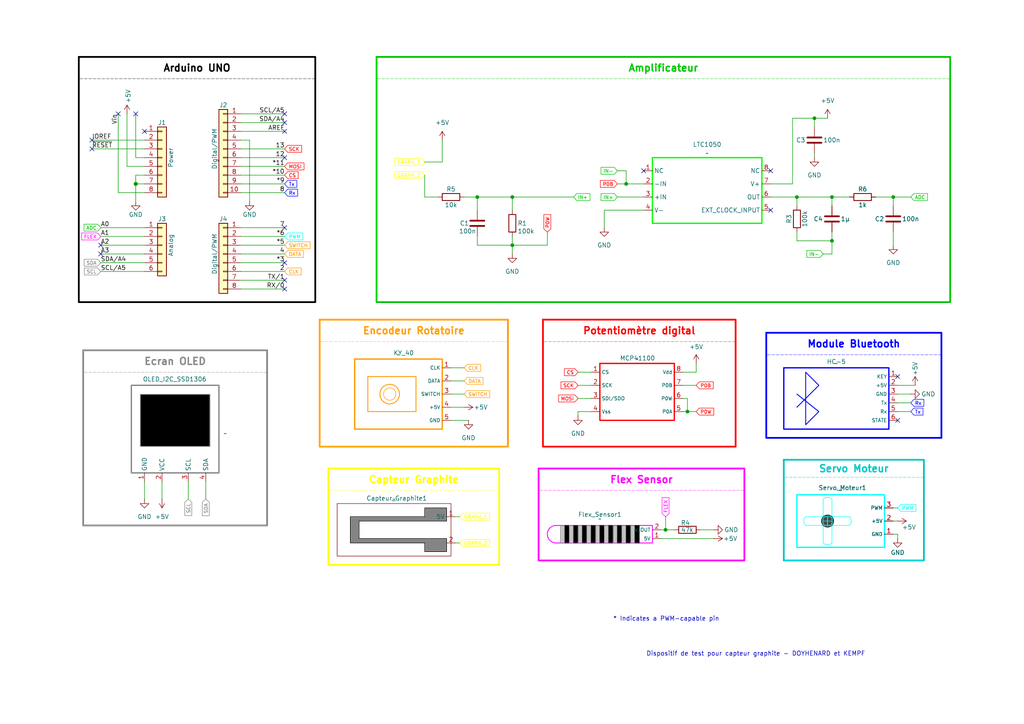
<source format=kicad_sch>
(kicad_sch
	(version 20231120)
	(generator "eeschema")
	(generator_version "8.0")
	(uuid "e63e39d7-6ac0-4ffd-8aa3-1841a4541b55")
	(paper "A4")
	(title_block
		(date "mar. 31 mars 2024")
	)
	(lib_symbols
		(symbol "+5V_1"
			(power)
			(pin_numbers hide)
			(pin_names
				(offset 0) hide)
			(exclude_from_sim no)
			(in_bom yes)
			(on_board yes)
			(property "Reference" "#PWR"
				(at 0 -3.81 0)
				(effects
					(font
						(size 1.27 1.27)
					)
					(hide yes)
				)
			)
			(property "Value" "+5V"
				(at 0 3.556 0)
				(effects
					(font
						(size 1.27 1.27)
					)
				)
			)
			(property "Footprint" ""
				(at 0 0 0)
				(effects
					(font
						(size 1.27 1.27)
					)
					(hide yes)
				)
			)
			(property "Datasheet" ""
				(at 0 0 0)
				(effects
					(font
						(size 1.27 1.27)
					)
					(hide yes)
				)
			)
			(property "Description" "Power symbol creates a global label with name \"+5V\""
				(at 0 0 0)
				(effects
					(font
						(size 1.27 1.27)
					)
					(hide yes)
				)
			)
			(property "ki_keywords" "global power"
				(at 0 0 0)
				(effects
					(font
						(size 1.27 1.27)
					)
					(hide yes)
				)
			)
			(symbol "+5V_1_0_1"
				(polyline
					(pts
						(xy -0.762 1.27) (xy 0 2.54)
					)
					(stroke
						(width 0)
						(type default)
					)
					(fill
						(type none)
					)
				)
				(polyline
					(pts
						(xy 0 0) (xy 0 2.54)
					)
					(stroke
						(width 0)
						(type default)
					)
					(fill
						(type none)
					)
				)
				(polyline
					(pts
						(xy 0 2.54) (xy 0.762 1.27)
					)
					(stroke
						(width 0)
						(type default)
					)
					(fill
						(type none)
					)
				)
			)
			(symbol "+5V_1_1_1"
				(pin power_in line
					(at 0 0 90)
					(length 0)
					(name "~"
						(effects
							(font
								(size 1.27 1.27)
							)
						)
					)
					(number "1"
						(effects
							(font
								(size 1.27 1.27)
							)
						)
					)
				)
			)
		)
		(symbol "+5V_2"
			(power)
			(pin_numbers hide)
			(pin_names
				(offset 0) hide)
			(exclude_from_sim no)
			(in_bom yes)
			(on_board yes)
			(property "Reference" "#PWR"
				(at 0 -3.81 0)
				(effects
					(font
						(size 1.27 1.27)
					)
					(hide yes)
				)
			)
			(property "Value" "+5V"
				(at 0 3.556 0)
				(effects
					(font
						(size 1.27 1.27)
					)
				)
			)
			(property "Footprint" ""
				(at 0 0 0)
				(effects
					(font
						(size 1.27 1.27)
					)
					(hide yes)
				)
			)
			(property "Datasheet" ""
				(at 0 0 0)
				(effects
					(font
						(size 1.27 1.27)
					)
					(hide yes)
				)
			)
			(property "Description" "Power symbol creates a global label with name \"+5V\""
				(at 0 0 0)
				(effects
					(font
						(size 1.27 1.27)
					)
					(hide yes)
				)
			)
			(property "ki_keywords" "global power"
				(at 0 0 0)
				(effects
					(font
						(size 1.27 1.27)
					)
					(hide yes)
				)
			)
			(symbol "+5V_2_0_1"
				(polyline
					(pts
						(xy -0.762 1.27) (xy 0 2.54)
					)
					(stroke
						(width 0)
						(type default)
					)
					(fill
						(type none)
					)
				)
				(polyline
					(pts
						(xy 0 0) (xy 0 2.54)
					)
					(stroke
						(width 0)
						(type default)
					)
					(fill
						(type none)
					)
				)
				(polyline
					(pts
						(xy 0 2.54) (xy 0.762 1.27)
					)
					(stroke
						(width 0)
						(type default)
					)
					(fill
						(type none)
					)
				)
			)
			(symbol "+5V_2_1_1"
				(pin power_in line
					(at 0 0 90)
					(length 0)
					(name "~"
						(effects
							(font
								(size 1.27 1.27)
							)
						)
					)
					(number "1"
						(effects
							(font
								(size 1.27 1.27)
							)
						)
					)
				)
			)
		)
		(symbol "Connector_Generic:Conn_01x06"
			(pin_names
				(offset 1.016) hide)
			(exclude_from_sim no)
			(in_bom yes)
			(on_board yes)
			(property "Reference" "J"
				(at 0 7.62 0)
				(effects
					(font
						(size 1.27 1.27)
					)
				)
			)
			(property "Value" "Conn_01x06"
				(at 0 -10.16 0)
				(effects
					(font
						(size 1.27 1.27)
					)
				)
			)
			(property "Footprint" ""
				(at 0 0 0)
				(effects
					(font
						(size 1.27 1.27)
					)
					(hide yes)
				)
			)
			(property "Datasheet" "~"
				(at 0 0 0)
				(effects
					(font
						(size 1.27 1.27)
					)
					(hide yes)
				)
			)
			(property "Description" "Generic connector, single row, 01x06, script generated (kicad-library-utils/schlib/autogen/connector/)"
				(at 0 0 0)
				(effects
					(font
						(size 1.27 1.27)
					)
					(hide yes)
				)
			)
			(property "ki_keywords" "connector"
				(at 0 0 0)
				(effects
					(font
						(size 1.27 1.27)
					)
					(hide yes)
				)
			)
			(property "ki_fp_filters" "Connector*:*_1x??_*"
				(at 0 0 0)
				(effects
					(font
						(size 1.27 1.27)
					)
					(hide yes)
				)
			)
			(symbol "Conn_01x06_1_1"
				(rectangle
					(start -1.27 -7.493)
					(end 0 -7.747)
					(stroke
						(width 0.1524)
						(type default)
					)
					(fill
						(type none)
					)
				)
				(rectangle
					(start -1.27 -4.953)
					(end 0 -5.207)
					(stroke
						(width 0.1524)
						(type default)
					)
					(fill
						(type none)
					)
				)
				(rectangle
					(start -1.27 -2.413)
					(end 0 -2.667)
					(stroke
						(width 0.1524)
						(type default)
					)
					(fill
						(type none)
					)
				)
				(rectangle
					(start -1.27 0.127)
					(end 0 -0.127)
					(stroke
						(width 0.1524)
						(type default)
					)
					(fill
						(type none)
					)
				)
				(rectangle
					(start -1.27 2.667)
					(end 0 2.413)
					(stroke
						(width 0.1524)
						(type default)
					)
					(fill
						(type none)
					)
				)
				(rectangle
					(start -1.27 5.207)
					(end 0 4.953)
					(stroke
						(width 0.1524)
						(type default)
					)
					(fill
						(type none)
					)
				)
				(rectangle
					(start -1.27 6.35)
					(end 1.27 -8.89)
					(stroke
						(width 0.254)
						(type default)
					)
					(fill
						(type background)
					)
				)
				(pin passive line
					(at -5.08 5.08 0)
					(length 3.81)
					(name "Pin_1"
						(effects
							(font
								(size 1.27 1.27)
							)
						)
					)
					(number "1"
						(effects
							(font
								(size 1.27 1.27)
							)
						)
					)
				)
				(pin passive line
					(at -5.08 2.54 0)
					(length 3.81)
					(name "Pin_2"
						(effects
							(font
								(size 1.27 1.27)
							)
						)
					)
					(number "2"
						(effects
							(font
								(size 1.27 1.27)
							)
						)
					)
				)
				(pin passive line
					(at -5.08 0 0)
					(length 3.81)
					(name "Pin_3"
						(effects
							(font
								(size 1.27 1.27)
							)
						)
					)
					(number "3"
						(effects
							(font
								(size 1.27 1.27)
							)
						)
					)
				)
				(pin passive line
					(at -5.08 -2.54 0)
					(length 3.81)
					(name "Pin_4"
						(effects
							(font
								(size 1.27 1.27)
							)
						)
					)
					(number "4"
						(effects
							(font
								(size 1.27 1.27)
							)
						)
					)
				)
				(pin passive line
					(at -5.08 -5.08 0)
					(length 3.81)
					(name "Pin_5"
						(effects
							(font
								(size 1.27 1.27)
							)
						)
					)
					(number "5"
						(effects
							(font
								(size 1.27 1.27)
							)
						)
					)
				)
				(pin passive line
					(at -5.08 -7.62 0)
					(length 3.81)
					(name "Pin_6"
						(effects
							(font
								(size 1.27 1.27)
							)
						)
					)
					(number "6"
						(effects
							(font
								(size 1.27 1.27)
							)
						)
					)
				)
			)
		)
		(symbol "Connector_Generic:Conn_01x08"
			(pin_names
				(offset 1.016) hide)
			(exclude_from_sim no)
			(in_bom yes)
			(on_board yes)
			(property "Reference" "J"
				(at 0 10.16 0)
				(effects
					(font
						(size 1.27 1.27)
					)
				)
			)
			(property "Value" "Conn_01x08"
				(at 0 -12.7 0)
				(effects
					(font
						(size 1.27 1.27)
					)
				)
			)
			(property "Footprint" ""
				(at 0 0 0)
				(effects
					(font
						(size 1.27 1.27)
					)
					(hide yes)
				)
			)
			(property "Datasheet" "~"
				(at 0 0 0)
				(effects
					(font
						(size 1.27 1.27)
					)
					(hide yes)
				)
			)
			(property "Description" "Generic connector, single row, 01x08, script generated (kicad-library-utils/schlib/autogen/connector/)"
				(at 0 0 0)
				(effects
					(font
						(size 1.27 1.27)
					)
					(hide yes)
				)
			)
			(property "ki_keywords" "connector"
				(at 0 0 0)
				(effects
					(font
						(size 1.27 1.27)
					)
					(hide yes)
				)
			)
			(property "ki_fp_filters" "Connector*:*_1x??_*"
				(at 0 0 0)
				(effects
					(font
						(size 1.27 1.27)
					)
					(hide yes)
				)
			)
			(symbol "Conn_01x08_1_1"
				(rectangle
					(start -1.27 -10.033)
					(end 0 -10.287)
					(stroke
						(width 0.1524)
						(type default)
					)
					(fill
						(type none)
					)
				)
				(rectangle
					(start -1.27 -7.493)
					(end 0 -7.747)
					(stroke
						(width 0.1524)
						(type default)
					)
					(fill
						(type none)
					)
				)
				(rectangle
					(start -1.27 -4.953)
					(end 0 -5.207)
					(stroke
						(width 0.1524)
						(type default)
					)
					(fill
						(type none)
					)
				)
				(rectangle
					(start -1.27 -2.413)
					(end 0 -2.667)
					(stroke
						(width 0.1524)
						(type default)
					)
					(fill
						(type none)
					)
				)
				(rectangle
					(start -1.27 0.127)
					(end 0 -0.127)
					(stroke
						(width 0.1524)
						(type default)
					)
					(fill
						(type none)
					)
				)
				(rectangle
					(start -1.27 2.667)
					(end 0 2.413)
					(stroke
						(width 0.1524)
						(type default)
					)
					(fill
						(type none)
					)
				)
				(rectangle
					(start -1.27 5.207)
					(end 0 4.953)
					(stroke
						(width 0.1524)
						(type default)
					)
					(fill
						(type none)
					)
				)
				(rectangle
					(start -1.27 7.747)
					(end 0 7.493)
					(stroke
						(width 0.1524)
						(type default)
					)
					(fill
						(type none)
					)
				)
				(rectangle
					(start -1.27 8.89)
					(end 1.27 -11.43)
					(stroke
						(width 0.254)
						(type default)
					)
					(fill
						(type background)
					)
				)
				(pin passive line
					(at -5.08 7.62 0)
					(length 3.81)
					(name "Pin_1"
						(effects
							(font
								(size 1.27 1.27)
							)
						)
					)
					(number "1"
						(effects
							(font
								(size 1.27 1.27)
							)
						)
					)
				)
				(pin passive line
					(at -5.08 5.08 0)
					(length 3.81)
					(name "Pin_2"
						(effects
							(font
								(size 1.27 1.27)
							)
						)
					)
					(number "2"
						(effects
							(font
								(size 1.27 1.27)
							)
						)
					)
				)
				(pin passive line
					(at -5.08 2.54 0)
					(length 3.81)
					(name "Pin_3"
						(effects
							(font
								(size 1.27 1.27)
							)
						)
					)
					(number "3"
						(effects
							(font
								(size 1.27 1.27)
							)
						)
					)
				)
				(pin passive line
					(at -5.08 0 0)
					(length 3.81)
					(name "Pin_4"
						(effects
							(font
								(size 1.27 1.27)
							)
						)
					)
					(number "4"
						(effects
							(font
								(size 1.27 1.27)
							)
						)
					)
				)
				(pin passive line
					(at -5.08 -2.54 0)
					(length 3.81)
					(name "Pin_5"
						(effects
							(font
								(size 1.27 1.27)
							)
						)
					)
					(number "5"
						(effects
							(font
								(size 1.27 1.27)
							)
						)
					)
				)
				(pin passive line
					(at -5.08 -5.08 0)
					(length 3.81)
					(name "Pin_6"
						(effects
							(font
								(size 1.27 1.27)
							)
						)
					)
					(number "6"
						(effects
							(font
								(size 1.27 1.27)
							)
						)
					)
				)
				(pin passive line
					(at -5.08 -7.62 0)
					(length 3.81)
					(name "Pin_7"
						(effects
							(font
								(size 1.27 1.27)
							)
						)
					)
					(number "7"
						(effects
							(font
								(size 1.27 1.27)
							)
						)
					)
				)
				(pin passive line
					(at -5.08 -10.16 0)
					(length 3.81)
					(name "Pin_8"
						(effects
							(font
								(size 1.27 1.27)
							)
						)
					)
					(number "8"
						(effects
							(font
								(size 1.27 1.27)
							)
						)
					)
				)
			)
		)
		(symbol "Connector_Generic:Conn_01x10"
			(pin_names
				(offset 1.016) hide)
			(exclude_from_sim no)
			(in_bom yes)
			(on_board yes)
			(property "Reference" "J"
				(at 0 12.7 0)
				(effects
					(font
						(size 1.27 1.27)
					)
				)
			)
			(property "Value" "Conn_01x10"
				(at 0 -15.24 0)
				(effects
					(font
						(size 1.27 1.27)
					)
				)
			)
			(property "Footprint" ""
				(at 0 0 0)
				(effects
					(font
						(size 1.27 1.27)
					)
					(hide yes)
				)
			)
			(property "Datasheet" "~"
				(at 0 0 0)
				(effects
					(font
						(size 1.27 1.27)
					)
					(hide yes)
				)
			)
			(property "Description" "Generic connector, single row, 01x10, script generated (kicad-library-utils/schlib/autogen/connector/)"
				(at 0 0 0)
				(effects
					(font
						(size 1.27 1.27)
					)
					(hide yes)
				)
			)
			(property "ki_keywords" "connector"
				(at 0 0 0)
				(effects
					(font
						(size 1.27 1.27)
					)
					(hide yes)
				)
			)
			(property "ki_fp_filters" "Connector*:*_1x??_*"
				(at 0 0 0)
				(effects
					(font
						(size 1.27 1.27)
					)
					(hide yes)
				)
			)
			(symbol "Conn_01x10_1_1"
				(rectangle
					(start -1.27 -12.573)
					(end 0 -12.827)
					(stroke
						(width 0.1524)
						(type default)
					)
					(fill
						(type none)
					)
				)
				(rectangle
					(start -1.27 -10.033)
					(end 0 -10.287)
					(stroke
						(width 0.1524)
						(type default)
					)
					(fill
						(type none)
					)
				)
				(rectangle
					(start -1.27 -7.493)
					(end 0 -7.747)
					(stroke
						(width 0.1524)
						(type default)
					)
					(fill
						(type none)
					)
				)
				(rectangle
					(start -1.27 -4.953)
					(end 0 -5.207)
					(stroke
						(width 0.1524)
						(type default)
					)
					(fill
						(type none)
					)
				)
				(rectangle
					(start -1.27 -2.413)
					(end 0 -2.667)
					(stroke
						(width 0.1524)
						(type default)
					)
					(fill
						(type none)
					)
				)
				(rectangle
					(start -1.27 0.127)
					(end 0 -0.127)
					(stroke
						(width 0.1524)
						(type default)
					)
					(fill
						(type none)
					)
				)
				(rectangle
					(start -1.27 2.667)
					(end 0 2.413)
					(stroke
						(width 0.1524)
						(type default)
					)
					(fill
						(type none)
					)
				)
				(rectangle
					(start -1.27 5.207)
					(end 0 4.953)
					(stroke
						(width 0.1524)
						(type default)
					)
					(fill
						(type none)
					)
				)
				(rectangle
					(start -1.27 7.747)
					(end 0 7.493)
					(stroke
						(width 0.1524)
						(type default)
					)
					(fill
						(type none)
					)
				)
				(rectangle
					(start -1.27 10.287)
					(end 0 10.033)
					(stroke
						(width 0.1524)
						(type default)
					)
					(fill
						(type none)
					)
				)
				(rectangle
					(start -1.27 11.43)
					(end 1.27 -13.97)
					(stroke
						(width 0.254)
						(type default)
					)
					(fill
						(type background)
					)
				)
				(pin passive line
					(at -5.08 10.16 0)
					(length 3.81)
					(name "Pin_1"
						(effects
							(font
								(size 1.27 1.27)
							)
						)
					)
					(number "1"
						(effects
							(font
								(size 1.27 1.27)
							)
						)
					)
				)
				(pin passive line
					(at -5.08 -12.7 0)
					(length 3.81)
					(name "Pin_10"
						(effects
							(font
								(size 1.27 1.27)
							)
						)
					)
					(number "10"
						(effects
							(font
								(size 1.27 1.27)
							)
						)
					)
				)
				(pin passive line
					(at -5.08 7.62 0)
					(length 3.81)
					(name "Pin_2"
						(effects
							(font
								(size 1.27 1.27)
							)
						)
					)
					(number "2"
						(effects
							(font
								(size 1.27 1.27)
							)
						)
					)
				)
				(pin passive line
					(at -5.08 5.08 0)
					(length 3.81)
					(name "Pin_3"
						(effects
							(font
								(size 1.27 1.27)
							)
						)
					)
					(number "3"
						(effects
							(font
								(size 1.27 1.27)
							)
						)
					)
				)
				(pin passive line
					(at -5.08 2.54 0)
					(length 3.81)
					(name "Pin_4"
						(effects
							(font
								(size 1.27 1.27)
							)
						)
					)
					(number "4"
						(effects
							(font
								(size 1.27 1.27)
							)
						)
					)
				)
				(pin passive line
					(at -5.08 0 0)
					(length 3.81)
					(name "Pin_5"
						(effects
							(font
								(size 1.27 1.27)
							)
						)
					)
					(number "5"
						(effects
							(font
								(size 1.27 1.27)
							)
						)
					)
				)
				(pin passive line
					(at -5.08 -2.54 0)
					(length 3.81)
					(name "Pin_6"
						(effects
							(font
								(size 1.27 1.27)
							)
						)
					)
					(number "6"
						(effects
							(font
								(size 1.27 1.27)
							)
						)
					)
				)
				(pin passive line
					(at -5.08 -5.08 0)
					(length 3.81)
					(name "Pin_7"
						(effects
							(font
								(size 1.27 1.27)
							)
						)
					)
					(number "7"
						(effects
							(font
								(size 1.27 1.27)
							)
						)
					)
				)
				(pin passive line
					(at -5.08 -7.62 0)
					(length 3.81)
					(name "Pin_8"
						(effects
							(font
								(size 1.27 1.27)
							)
						)
					)
					(number "8"
						(effects
							(font
								(size 1.27 1.27)
							)
						)
					)
				)
				(pin passive line
					(at -5.08 -10.16 0)
					(length 3.81)
					(name "Pin_9"
						(effects
							(font
								(size 1.27 1.27)
							)
						)
					)
					(number "9"
						(effects
							(font
								(size 1.27 1.27)
							)
						)
					)
				)
			)
		)
		(symbol "Device:C"
			(pin_numbers hide)
			(pin_names
				(offset 0.254)
			)
			(exclude_from_sim no)
			(in_bom yes)
			(on_board yes)
			(property "Reference" "C"
				(at 0.635 2.54 0)
				(effects
					(font
						(size 1.27 1.27)
					)
					(justify left)
				)
			)
			(property "Value" "C"
				(at 0.635 -2.54 0)
				(effects
					(font
						(size 1.27 1.27)
					)
					(justify left)
				)
			)
			(property "Footprint" ""
				(at 0.9652 -3.81 0)
				(effects
					(font
						(size 1.27 1.27)
					)
					(hide yes)
				)
			)
			(property "Datasheet" "~"
				(at 0 0 0)
				(effects
					(font
						(size 1.27 1.27)
					)
					(hide yes)
				)
			)
			(property "Description" "Unpolarized capacitor"
				(at 0 0 0)
				(effects
					(font
						(size 1.27 1.27)
					)
					(hide yes)
				)
			)
			(property "ki_keywords" "cap capacitor"
				(at 0 0 0)
				(effects
					(font
						(size 1.27 1.27)
					)
					(hide yes)
				)
			)
			(property "ki_fp_filters" "C_*"
				(at 0 0 0)
				(effects
					(font
						(size 1.27 1.27)
					)
					(hide yes)
				)
			)
			(symbol "C_0_1"
				(polyline
					(pts
						(xy -2.032 -0.762) (xy 2.032 -0.762)
					)
					(stroke
						(width 0.508)
						(type default)
					)
					(fill
						(type none)
					)
				)
				(polyline
					(pts
						(xy -2.032 0.762) (xy 2.032 0.762)
					)
					(stroke
						(width 0.508)
						(type default)
					)
					(fill
						(type none)
					)
				)
			)
			(symbol "C_1_1"
				(pin passive line
					(at 0 3.81 270)
					(length 2.794)
					(name "~"
						(effects
							(font
								(size 1.27 1.27)
							)
						)
					)
					(number "1"
						(effects
							(font
								(size 1.27 1.27)
							)
						)
					)
				)
				(pin passive line
					(at 0 -3.81 90)
					(length 2.794)
					(name "~"
						(effects
							(font
								(size 1.27 1.27)
							)
						)
					)
					(number "2"
						(effects
							(font
								(size 1.27 1.27)
							)
						)
					)
				)
			)
		)
		(symbol "Device:R"
			(pin_numbers hide)
			(pin_names
				(offset 0)
			)
			(exclude_from_sim no)
			(in_bom yes)
			(on_board yes)
			(property "Reference" "R"
				(at 2.032 0 90)
				(effects
					(font
						(size 1.27 1.27)
					)
				)
			)
			(property "Value" "R"
				(at 0 0 90)
				(effects
					(font
						(size 1.27 1.27)
					)
				)
			)
			(property "Footprint" ""
				(at -1.778 0 90)
				(effects
					(font
						(size 1.27 1.27)
					)
					(hide yes)
				)
			)
			(property "Datasheet" "~"
				(at 0 0 0)
				(effects
					(font
						(size 1.27 1.27)
					)
					(hide yes)
				)
			)
			(property "Description" "Resistor"
				(at 0 0 0)
				(effects
					(font
						(size 1.27 1.27)
					)
					(hide yes)
				)
			)
			(property "ki_keywords" "R res resistor"
				(at 0 0 0)
				(effects
					(font
						(size 1.27 1.27)
					)
					(hide yes)
				)
			)
			(property "ki_fp_filters" "R_*"
				(at 0 0 0)
				(effects
					(font
						(size 1.27 1.27)
					)
					(hide yes)
				)
			)
			(symbol "R_0_1"
				(rectangle
					(start -1.016 -2.54)
					(end 1.016 2.54)
					(stroke
						(width 0.254)
						(type default)
					)
					(fill
						(type none)
					)
				)
			)
			(symbol "R_1_1"
				(pin passive line
					(at 0 3.81 270)
					(length 1.27)
					(name "~"
						(effects
							(font
								(size 1.27 1.27)
							)
						)
					)
					(number "1"
						(effects
							(font
								(size 1.27 1.27)
							)
						)
					)
				)
				(pin passive line
					(at 0 -3.81 90)
					(length 1.27)
					(name "~"
						(effects
							(font
								(size 1.27 1.27)
							)
						)
					)
					(number "2"
						(effects
							(font
								(size 1.27 1.27)
							)
						)
					)
				)
			)
		)
		(symbol "GND_1"
			(power)
			(pin_numbers hide)
			(pin_names
				(offset 0) hide)
			(exclude_from_sim no)
			(in_bom yes)
			(on_board yes)
			(property "Reference" "#PWR"
				(at 0 -6.35 0)
				(effects
					(font
						(size 1.27 1.27)
					)
					(hide yes)
				)
			)
			(property "Value" "GND"
				(at 0 -3.81 0)
				(effects
					(font
						(size 1.27 1.27)
					)
				)
			)
			(property "Footprint" ""
				(at 0 0 0)
				(effects
					(font
						(size 1.27 1.27)
					)
					(hide yes)
				)
			)
			(property "Datasheet" ""
				(at 0 0 0)
				(effects
					(font
						(size 1.27 1.27)
					)
					(hide yes)
				)
			)
			(property "Description" "Power symbol creates a global label with name \"GND\" , ground"
				(at 0 0 0)
				(effects
					(font
						(size 1.27 1.27)
					)
					(hide yes)
				)
			)
			(property "ki_keywords" "global power"
				(at 0 0 0)
				(effects
					(font
						(size 1.27 1.27)
					)
					(hide yes)
				)
			)
			(symbol "GND_1_0_1"
				(polyline
					(pts
						(xy 0 0) (xy 0 -1.27) (xy 1.27 -1.27) (xy 0 -2.54) (xy -1.27 -1.27) (xy 0 -1.27)
					)
					(stroke
						(width 0)
						(type default)
					)
					(fill
						(type none)
					)
				)
			)
			(symbol "GND_1_1_1"
				(pin power_in line
					(at 0 0 270)
					(length 0)
					(name "~"
						(effects
							(font
								(size 1.27 1.27)
							)
						)
					)
					(number "1"
						(effects
							(font
								(size 1.27 1.27)
							)
						)
					)
				)
			)
		)
		(symbol "GND_2"
			(power)
			(pin_numbers hide)
			(pin_names
				(offset 0) hide)
			(exclude_from_sim no)
			(in_bom yes)
			(on_board yes)
			(property "Reference" "#PWR"
				(at 0 -6.35 0)
				(effects
					(font
						(size 1.27 1.27)
					)
					(hide yes)
				)
			)
			(property "Value" "GND"
				(at 0 -3.81 0)
				(effects
					(font
						(size 1.27 1.27)
					)
				)
			)
			(property "Footprint" ""
				(at 0 0 0)
				(effects
					(font
						(size 1.27 1.27)
					)
					(hide yes)
				)
			)
			(property "Datasheet" ""
				(at 0 0 0)
				(effects
					(font
						(size 1.27 1.27)
					)
					(hide yes)
				)
			)
			(property "Description" "Power symbol creates a global label with name \"GND\" , ground"
				(at 0 0 0)
				(effects
					(font
						(size 1.27 1.27)
					)
					(hide yes)
				)
			)
			(property "ki_keywords" "global power"
				(at 0 0 0)
				(effects
					(font
						(size 1.27 1.27)
					)
					(hide yes)
				)
			)
			(symbol "GND_2_0_1"
				(polyline
					(pts
						(xy 0 0) (xy 0 -1.27) (xy 1.27 -1.27) (xy 0 -2.54) (xy -1.27 -1.27) (xy 0 -1.27)
					)
					(stroke
						(width 0)
						(type default)
					)
					(fill
						(type none)
					)
				)
			)
			(symbol "GND_2_1_1"
				(pin power_in line
					(at 0 0 270)
					(length 0)
					(name "~"
						(effects
							(font
								(size 1.27 1.27)
							)
						)
					)
					(number "1"
						(effects
							(font
								(size 1.27 1.27)
							)
						)
					)
				)
			)
		)
		(symbol "GND_3"
			(power)
			(pin_numbers hide)
			(pin_names
				(offset 0) hide)
			(exclude_from_sim no)
			(in_bom yes)
			(on_board yes)
			(property "Reference" "#PWR"
				(at 0 -6.35 0)
				(effects
					(font
						(size 1.27 1.27)
					)
					(hide yes)
				)
			)
			(property "Value" "GND"
				(at 0 -3.81 0)
				(effects
					(font
						(size 1.27 1.27)
					)
				)
			)
			(property "Footprint" ""
				(at 0 0 0)
				(effects
					(font
						(size 1.27 1.27)
					)
					(hide yes)
				)
			)
			(property "Datasheet" ""
				(at 0 0 0)
				(effects
					(font
						(size 1.27 1.27)
					)
					(hide yes)
				)
			)
			(property "Description" "Power symbol creates a global label with name \"GND\" , ground"
				(at 0 0 0)
				(effects
					(font
						(size 1.27 1.27)
					)
					(hide yes)
				)
			)
			(property "ki_keywords" "global power"
				(at 0 0 0)
				(effects
					(font
						(size 1.27 1.27)
					)
					(hide yes)
				)
			)
			(symbol "GND_3_0_1"
				(polyline
					(pts
						(xy 0 0) (xy 0 -1.27) (xy 1.27 -1.27) (xy 0 -2.54) (xy -1.27 -1.27) (xy 0 -1.27)
					)
					(stroke
						(width 0)
						(type default)
					)
					(fill
						(type none)
					)
				)
			)
			(symbol "GND_3_1_1"
				(pin power_in line
					(at 0 0 270)
					(length 0)
					(name "~"
						(effects
							(font
								(size 1.27 1.27)
							)
						)
					)
					(number "1"
						(effects
							(font
								(size 1.27 1.27)
							)
						)
					)
				)
			)
		)
		(symbol "Library_Projet_Capteur:Capteur_Graphite"
			(exclude_from_sim no)
			(in_bom yes)
			(on_board yes)
			(property "Reference" "Capteur_Graphite1"
				(at 9.144 -4.572 90)
				(effects
					(font
						(size 1.27 1.27)
					)
				)
			)
			(property "Value" "~"
				(at 8.89 -3.81 90)
				(effects
					(font
						(size 1.27 1.27)
					)
				)
			)
			(property "Footprint" "Library_empreintes:Sensor"
				(at 0 0 0)
				(effects
					(font
						(size 1.27 1.27)
					)
					(hide yes)
				)
			)
			(property "Datasheet" ""
				(at 0 0 0)
				(effects
					(font
						(size 1.27 1.27)
					)
					(hide yes)
				)
			)
			(property "Description" ""
				(at 0 0 0)
				(effects
					(font
						(size 1.27 1.27)
					)
					(hide yes)
				)
			)
			(symbol "Capteur_Graphite_0_1"
				(rectangle
					(start -7.62 12.7)
					(end 7.62 -20.32)
					(stroke
						(width 0)
						(type default)
					)
					(fill
						(type none)
					)
				)
				(polyline
					(pts
						(xy -6.35 -12.7) (xy -6.35 -19.05) (xy -2.54 -19.05) (xy -2.54 6.35) (xy 1.27 6.35) (xy 2.54 6.35)
						(xy 2.54 -19.05) (xy 6.35 -19.05) (xy 6.35 -12.7) (xy 3.81 -12.7) (xy 3.81 8.89) (xy -3.81 8.89)
						(xy -3.81 -12.7) (xy -6.35 -12.7)
					)
					(stroke
						(width 0)
						(type default)
						(color 0 0 0 1)
					)
					(fill
						(type color)
						(color 132 132 132 1)
					)
				)
			)
			(symbol "Capteur_Graphite_1_1"
				(pin passive line
					(at 3.81 -21.59 90)
					(length 2.54)
					(name "5V"
						(effects
							(font
								(size 1.27 1.27)
							)
						)
					)
					(number "1"
						(effects
							(font
								(size 1.27 1.27)
							)
						)
					)
				)
				(pin passive line
					(at -3.81 -21.59 90)
					(length 2.54)
					(name ""
						(effects
							(font
								(size 1.27 1.27)
							)
						)
					)
					(number "2"
						(effects
							(font
								(size 1.27 1.27)
							)
						)
					)
				)
			)
		)
		(symbol "Library_Projet_Capteur:Encodeur_Rotatoire"
			(exclude_from_sim no)
			(in_bom yes)
			(on_board yes)
			(property "Reference" "U4"
				(at 0 13.716 0)
				(effects
					(font
						(size 1.27 1.27)
					)
				)
			)
			(property "Value" ""
				(at 0 0 0)
				(effects
					(font
						(size 1.27 1.27)
					)
				)
			)
			(property "Footprint" ""
				(at 0 0 0)
				(effects
					(font
						(size 1.27 1.27)
					)
					(hide yes)
				)
			)
			(property "Datasheet" ""
				(at 0 0 0)
				(effects
					(font
						(size 1.27 1.27)
					)
					(hide yes)
				)
			)
			(property "Description" ""
				(at 0 0 0)
				(effects
					(font
						(size 1.27 1.27)
					)
					(hide yes)
				)
			)
			(symbol "Encodeur_Rotatoire_0_1"
				(rectangle
					(start -12.7 11.43)
					(end 12.7 -8.89)
					(stroke
						(width 0.381)
						(type default)
						(color 255 153 0 1)
					)
					(fill
						(type none)
					)
				)
				(rectangle
					(start -8.89 6.35)
					(end 5.08 -3.81)
					(stroke
						(width 0.254)
						(type default)
						(color 255 153 0 1)
					)
					(fill
						(type none)
					)
				)
				(circle
					(center -2.54 1.27)
					(radius 1.7961)
					(stroke
						(width 0)
						(type default)
						(color 255 153 0 1)
					)
					(fill
						(type none)
					)
				)
				(circle
					(center -2.54 1.27)
					(radius 2.8398)
					(stroke
						(width 0.254)
						(type default)
						(color 255 153 0 1)
					)
					(fill
						(type none)
					)
				)
			)
			(symbol "Encodeur_Rotatoire_1_1"
				(pin passive line
					(at 15.24 8.89 180)
					(length 2.54)
					(name "CLK"
						(effects
							(font
								(size 1.016 1.016)
							)
						)
					)
					(number "1"
						(effects
							(font
								(size 1.27 1.27)
							)
						)
					)
				)
				(pin passive line
					(at 15.24 5.08 180)
					(length 2.54)
					(name "DATA"
						(effects
							(font
								(size 1.016 1.016)
							)
						)
					)
					(number "2"
						(effects
							(font
								(size 1.27 1.27)
							)
						)
					)
				)
				(pin passive line
					(at 15.24 1.27 180)
					(length 2.54)
					(name "SWITCH"
						(effects
							(font
								(size 1.016 1.016)
							)
						)
					)
					(number "3"
						(effects
							(font
								(size 1.27 1.27)
							)
						)
					)
				)
				(pin passive line
					(at 15.24 -2.54 180)
					(length 2.54)
					(name "+5V"
						(effects
							(font
								(size 1.016 1.016)
							)
						)
					)
					(number "4"
						(effects
							(font
								(size 1.27 1.27)
							)
						)
					)
				)
				(pin passive line
					(at 15.24 -6.35 180)
					(length 2.54)
					(name "GND"
						(effects
							(font
								(size 1.016 1.016)
							)
						)
					)
					(number "5"
						(effects
							(font
								(size 1.27 1.27)
							)
						)
					)
				)
			)
		)
		(symbol "Library_Projet_Capteur:Flex_Sensor"
			(exclude_from_sim no)
			(in_bom yes)
			(on_board yes)
			(property "Reference" "Flex_Sensor1"
				(at 4.445 7.62 90)
				(effects
					(font
						(size 1.27 1.27)
					)
				)
			)
			(property "Value" "~"
				(at 3.175 7.62 90)
				(effects
					(font
						(size 1.27 1.27)
					)
				)
			)
			(property "Footprint" "Library_empreintes:Sensor"
				(at 0 0 0)
				(effects
					(font
						(size 1.27 1.27)
					)
					(hide yes)
				)
			)
			(property "Datasheet" ""
				(at 0 0 0)
				(effects
					(font
						(size 1.27 1.27)
					)
					(hide yes)
				)
			)
			(property "Description" ""
				(at 0 0 0)
				(effects
					(font
						(size 1.27 1.27)
					)
					(hide yes)
				)
			)
			(symbol "Flex_Sensor_0_1"
				(rectangle
					(start -3.81 -2.54)
					(end 1.27 -3.81)
					(stroke
						(width 0)
						(type default)
						(color 0 0 0 1)
					)
					(fill
						(type color)
						(color 0 0 0 1)
					)
				)
				(rectangle
					(start -3.81 -1.27)
					(end 1.27 -2.54)
					(stroke
						(width 0)
						(type default)
						(color 132 132 132 1)
					)
					(fill
						(type color)
						(color 194 194 194 1)
					)
				)
				(rectangle
					(start -3.81 0)
					(end 1.27 -1.27)
					(stroke
						(width 0)
						(type default)
						(color 0 0 0 1)
					)
					(fill
						(type color)
						(color 0 0 0 1)
					)
				)
				(rectangle
					(start -3.81 1.27)
					(end 1.27 0)
					(stroke
						(width 0)
						(type default)
						(color 132 132 132 1)
					)
					(fill
						(type color)
						(color 194 194 194 1)
					)
				)
				(rectangle
					(start -3.81 2.54)
					(end 1.27 1.27)
					(stroke
						(width 0)
						(type default)
						(color 0 0 0 1)
					)
					(fill
						(type color)
						(color 0 0 0 1)
					)
				)
				(rectangle
					(start -3.81 3.81)
					(end 1.27 2.54)
					(stroke
						(width 0)
						(type default)
						(color 132 132 132 1)
					)
					(fill
						(type color)
						(color 194 194 194 1)
					)
				)
				(rectangle
					(start -3.81 5.08)
					(end 1.27 3.81)
					(stroke
						(width 0)
						(type default)
						(color 0 0 0 1)
					)
					(fill
						(type color)
						(color 0 0 0 1)
					)
				)
				(rectangle
					(start -3.81 6.35)
					(end 1.27 5.08)
					(stroke
						(width 0)
						(type default)
						(color 132 132 132 1)
					)
					(fill
						(type color)
						(color 194 194 194 1)
					)
				)
				(rectangle
					(start -3.81 7.62)
					(end 1.27 6.35)
					(stroke
						(width 0)
						(type default)
						(color 0 0 0 1)
					)
					(fill
						(type color)
						(color 0 0 0 1)
					)
				)
				(rectangle
					(start -3.81 8.89)
					(end 1.27 7.62)
					(stroke
						(width 0)
						(type default)
						(color 132 132 132 1)
					)
					(fill
						(type color)
						(color 194 194 194 1)
					)
				)
				(rectangle
					(start -3.81 10.16)
					(end 1.27 8.89)
					(stroke
						(width 0)
						(type default)
						(color 0 0 0 1)
					)
					(fill
						(type color)
						(color 0 0 0 1)
					)
				)
				(rectangle
					(start -3.81 11.43)
					(end 1.27 10.16)
					(stroke
						(width 0)
						(type default)
						(color 132 132 132 1)
					)
					(fill
						(type color)
						(color 194 194 194 1)
					)
				)
				(rectangle
					(start -3.81 12.7)
					(end 1.27 11.43)
					(stroke
						(width 0)
						(type default)
						(color 0 0 0 1)
					)
					(fill
						(type color)
						(color 0 0 0 1)
					)
				)
				(rectangle
					(start -3.81 13.97)
					(end 1.27 12.7)
					(stroke
						(width 0)
						(type default)
						(color 132 132 132 1)
					)
					(fill
						(type color)
						(color 194 194 194 1)
					)
				)
				(rectangle
					(start -3.81 15.24)
					(end 1.27 13.97)
					(stroke
						(width 0)
						(type default)
						(color 0 0 0 1)
					)
					(fill
						(type color)
						(color 0 0 0 1)
					)
				)
				(rectangle
					(start -3.81 16.51)
					(end 1.27 15.24)
					(stroke
						(width 0)
						(type default)
						(color 132 132 132 1)
					)
					(fill
						(type color)
						(color 194 194 194 1)
					)
				)
				(rectangle
					(start -3.81 17.78)
					(end 1.27 16.51)
					(stroke
						(width 0)
						(type default)
						(color 0 0 0 1)
					)
					(fill
						(type color)
						(color 0 0 0 1)
					)
				)
				(rectangle
					(start -3.81 19.05)
					(end 1.27 17.78)
					(stroke
						(width 0)
						(type default)
						(color 132 132 132 1)
					)
					(fill
						(type color)
						(color 194 194 194 1)
					)
				)
				(polyline
					(pts
						(xy -3.81 20.32) (xy -3.81 -7.62) (xy 1.27 -7.62) (xy 1.27 20.32)
					)
					(stroke
						(width 0.254)
						(type default)
						(color 255 0 255 1)
					)
					(fill
						(type none)
					)
				)
				(arc
					(start 1.27 20.32)
					(mid -1.27 22.86)
					(end -3.81 20.32)
					(stroke
						(width 0.254)
						(type default)
						(color 255 0 255 1)
					)
					(fill
						(type none)
					)
				)
			)
			(symbol "Flex_Sensor_1_1"
				(pin passive line
					(at -2.54 -10.16 90)
					(length 2.54)
					(name "5V"
						(effects
							(font
								(size 1.016 1.016)
							)
						)
					)
					(number "1"
						(effects
							(font
								(size 1.27 1.27)
							)
						)
					)
				)
				(pin passive line
					(at 0 -10.16 90)
					(length 2.54)
					(name "V_OUT"
						(effects
							(font
								(size 1.016 1.016)
							)
						)
					)
					(number "2"
						(effects
							(font
								(size 1.27 1.27)
							)
						)
					)
				)
			)
		)
		(symbol "Library_Projet_Capteur:LTC1050ACN8"
			(exclude_from_sim no)
			(in_bom yes)
			(on_board yes)
			(property "Reference" "LTC1050"
				(at -3.175 16.51 0)
				(effects
					(font
						(size 1.27 1.27)
					)
				)
			)
			(property "Value" "~"
				(at -3.175 13.97 0)
				(effects
					(font
						(size 1.27 1.27)
					)
				)
			)
			(property "Footprint" ""
				(at 0 0 0)
				(effects
					(font
						(size 1.27 1.27)
					)
					(hide yes)
				)
			)
			(property "Datasheet" ""
				(at 0 0 0)
				(effects
					(font
						(size 1.27 1.27)
					)
					(hide yes)
				)
			)
			(property "Description" ""
				(at 0 0 0)
				(effects
					(font
						(size 1.27 1.27)
					)
					(hide yes)
				)
			)
			(symbol "LTC1050ACN8_0_1"
				(rectangle
					(start -19.05 12.7)
					(end 12.7 -6.35)
					(stroke
						(width 0.381)
						(type default)
						(color 0 255 0 1)
					)
					(fill
						(type none)
					)
				)
			)
			(symbol "LTC1050ACN8_1_1"
				(pin passive line
					(at -21.59 8.89 0)
					(length 2.54)
					(name "NC"
						(effects
							(font
								(size 1.27 1.27)
							)
						)
					)
					(number "1"
						(effects
							(font
								(size 1.27 1.27)
							)
						)
					)
				)
				(pin passive line
					(at -21.59 5.08 0)
					(length 2.54)
					(name "-IN"
						(effects
							(font
								(size 1.27 1.27)
							)
						)
					)
					(number "2"
						(effects
							(font
								(size 1.27 1.27)
							)
						)
					)
				)
				(pin passive line
					(at -21.59 1.27 0)
					(length 2.54)
					(name "+IN"
						(effects
							(font
								(size 1.27 1.27)
							)
						)
					)
					(number "3"
						(effects
							(font
								(size 1.27 1.27)
							)
						)
					)
				)
				(pin passive line
					(at -21.59 -2.54 0)
					(length 2.54)
					(name "V-"
						(effects
							(font
								(size 1.27 1.27)
							)
						)
					)
					(number "4"
						(effects
							(font
								(size 1.27 1.27)
							)
						)
					)
				)
				(pin passive line
					(at 15.24 -2.54 180)
					(length 2.54)
					(name "EXT_CLOCK_INPUT"
						(effects
							(font
								(size 1.27 1.27)
							)
						)
					)
					(number "5"
						(effects
							(font
								(size 1.27 1.27)
							)
						)
					)
				)
				(pin passive line
					(at 15.24 1.27 180)
					(length 2.54)
					(name "OUT"
						(effects
							(font
								(size 1.27 1.27)
							)
						)
					)
					(number "6"
						(effects
							(font
								(size 1.27 1.27)
							)
						)
					)
				)
				(pin passive line
					(at 15.24 5.08 180)
					(length 2.54)
					(name "V+"
						(effects
							(font
								(size 1.27 1.27)
							)
						)
					)
					(number "7"
						(effects
							(font
								(size 1.27 1.27)
							)
						)
					)
				)
				(pin passive line
					(at 15.24 8.89 180)
					(length 2.54)
					(name "NC"
						(effects
							(font
								(size 1.27 1.27)
							)
						)
					)
					(number "8"
						(effects
							(font
								(size 1.27 1.27)
							)
						)
					)
				)
			)
		)
		(symbol "Library_Projet_Capteur:Module_Bluetooth"
			(exclude_from_sim no)
			(in_bom yes)
			(on_board yes)
			(property "Reference" "HC-05"
				(at 0 10.668 0)
				(effects
					(font
						(size 1.27 1.27)
					)
				)
			)
			(property "Value" "~"
				(at 0 10.16 0)
				(effects
					(font
						(size 1.27 1.27)
					)
				)
			)
			(property "Footprint" ""
				(at 0 0 0)
				(effects
					(font
						(size 1.27 1.27)
					)
					(hide yes)
				)
			)
			(property "Datasheet" ""
				(at 0 0 0)
				(effects
					(font
						(size 1.27 1.27)
					)
					(hide yes)
				)
			)
			(property "Description" ""
				(at 0 0 0)
				(effects
					(font
						(size 1.27 1.27)
					)
					(hide yes)
				)
			)
			(symbol "Module_Bluetooth_0_1"
				(rectangle
					(start -15.24 8.89)
					(end 15.24 -8.89)
					(stroke
						(width 0.381)
						(type default)
						(color 0 0 255 1)
					)
					(fill
						(type none)
					)
				)
				(polyline
					(pts
						(xy -11.43 1.27) (xy -5.08 -3.81) (xy -8.89 -7.62) (xy -8.89 7.62) (xy -5.08 3.81) (xy -11.43 -2.54)
					)
					(stroke
						(width 0.254)
						(type default)
						(color 0 0 255 1)
					)
					(fill
						(type none)
					)
				)
			)
			(symbol "Module_Bluetooth_1_1"
				(pin passive line
					(at 17.78 6.35 180)
					(length 2.54)
					(name "KEY"
						(effects
							(font
								(size 1.016 1.016)
							)
						)
					)
					(number "1"
						(effects
							(font
								(size 1.27 1.27)
							)
						)
					)
				)
				(pin passive line
					(at 17.78 3.81 180)
					(length 2.54)
					(name "+5V"
						(effects
							(font
								(size 1.016 1.016)
							)
						)
					)
					(number "2"
						(effects
							(font
								(size 1.27 1.27)
							)
						)
					)
				)
				(pin passive line
					(at 17.78 1.27 180)
					(length 2.54)
					(name "GND"
						(effects
							(font
								(size 1.016 1.016)
							)
						)
					)
					(number "3"
						(effects
							(font
								(size 1.27 1.27)
							)
						)
					)
				)
				(pin passive line
					(at 17.78 -1.27 180)
					(length 2.54)
					(name "Tx"
						(effects
							(font
								(size 1.016 1.016)
							)
						)
					)
					(number "4"
						(effects
							(font
								(size 1.27 1.27)
							)
						)
					)
				)
				(pin passive line
					(at 17.78 -3.81 180)
					(length 2.54)
					(name "Rx"
						(effects
							(font
								(size 1.016 1.016)
							)
						)
					)
					(number "5"
						(effects
							(font
								(size 1.27 1.27)
							)
						)
					)
				)
				(pin passive line
					(at 17.78 -6.35 180)
					(length 2.54)
					(name "STATE"
						(effects
							(font
								(size 1.016 1.016)
							)
						)
					)
					(number "6"
						(effects
							(font
								(size 1.27 1.27)
							)
						)
					)
				)
			)
		)
		(symbol "Library_Projet_Capteur:OLED_I2C_SSD1306"
			(exclude_from_sim no)
			(in_bom yes)
			(on_board yes)
			(property "Reference" "OLED_I2C_SSD1306"
				(at -9.398 14.478 0)
				(effects
					(font
						(size 1.27 1.27)
					)
					(justify left)
				)
			)
			(property "Value" "~"
				(at 13.97 -1.27 0)
				(effects
					(font
						(size 1.27 1.27)
					)
					(justify left)
				)
			)
			(property "Footprint" ""
				(at 0 0 0)
				(effects
					(font
						(size 1.27 1.27)
					)
					(hide yes)
				)
			)
			(property "Datasheet" ""
				(at 0 0 0)
				(effects
					(font
						(size 1.27 1.27)
					)
					(hide yes)
				)
			)
			(property "Description" ""
				(at 0 0 0)
				(effects
					(font
						(size 1.27 1.27)
					)
					(hide yes)
				)
			)
			(symbol "OLED_I2C_SSD1306_0_1"
				(rectangle
					(start -12.7 12.7)
					(end 12.7 -12.7)
					(stroke
						(width 0.381)
						(type default)
						(color 132 132 132 1)
					)
					(fill
						(type none)
					)
				)
				(rectangle
					(start -10.16 10.16)
					(end 10.16 -5.08)
					(stroke
						(width 0.254)
						(type default)
						(color 194 194 194 1)
					)
					(fill
						(type color)
						(color 0 0 0 1)
					)
				)
			)
			(symbol "OLED_I2C_SSD1306_1_1"
				(pin passive line
					(at -8.89 -15.24 90)
					(length 2.54)
					(name "GND"
						(effects
							(font
								(size 1.27 1.27)
							)
						)
					)
					(number "1"
						(effects
							(font
								(size 1.27 1.27)
							)
						)
					)
				)
				(pin passive line
					(at -3.81 -15.24 90)
					(length 2.54)
					(name "VCC"
						(effects
							(font
								(size 1.27 1.27)
							)
						)
					)
					(number "2"
						(effects
							(font
								(size 1.27 1.27)
							)
						)
					)
				)
				(pin passive line
					(at 3.81 -15.24 90)
					(length 2.54)
					(name "SCL"
						(effects
							(font
								(size 1.27 1.27)
							)
						)
					)
					(number "3"
						(effects
							(font
								(size 1.27 1.27)
							)
						)
					)
				)
				(pin passive line
					(at 8.89 -15.24 90)
					(length 2.54)
					(name "SDA"
						(effects
							(font
								(size 1.27 1.27)
							)
						)
					)
					(number "4"
						(effects
							(font
								(size 1.27 1.27)
							)
						)
					)
				)
			)
		)
		(symbol "Library_Projet_Capteur:Potentiomètre_digital"
			(exclude_from_sim no)
			(in_bom yes)
			(on_board yes)
			(property "Reference" "U1"
				(at -1.905 16.51 0)
				(effects
					(font
						(size 1.27 1.27)
					)
				)
			)
			(property "Value" "~"
				(at -1.905 13.97 0)
				(effects
					(font
						(size 1.27 1.27)
					)
				)
			)
			(property "Footprint" ""
				(at 0 0 0)
				(effects
					(font
						(size 1.27 1.27)
					)
					(hide yes)
				)
			)
			(property "Datasheet" ""
				(at 0 0 0)
				(effects
					(font
						(size 1.27 1.27)
					)
					(hide yes)
				)
			)
			(property "Description" ""
				(at 0 0 0)
				(effects
					(font
						(size 1.27 1.27)
					)
					(hide yes)
				)
			)
			(symbol "Potentiomètre_digital_0_1"
				(rectangle
					(start -12.7 12.7)
					(end 8.89 -3.81)
					(stroke
						(width 0.381)
						(type default)
						(color 255 0 0 1)
					)
					(fill
						(type none)
					)
				)
			)
			(symbol "Potentiomètre_digital_1_1"
				(pin passive line
					(at -15.24 10.16 0)
					(length 2.54)
					(name "CS"
						(effects
							(font
								(size 1.016 1.016)
							)
						)
					)
					(number "1"
						(effects
							(font
								(size 1.27 1.27)
							)
						)
					)
				)
				(pin passive line
					(at -15.24 6.35 0)
					(length 2.54)
					(name "SCK"
						(effects
							(font
								(size 1.016 1.016)
							)
						)
					)
					(number "2"
						(effects
							(font
								(size 1.27 1.27)
							)
						)
					)
				)
				(pin passive line
					(at -15.24 2.54 0)
					(length 2.54)
					(name "SDI/SDO"
						(effects
							(font
								(size 1.016 1.016)
							)
						)
					)
					(number "3"
						(effects
							(font
								(size 1.27 1.27)
							)
						)
					)
				)
				(pin passive line
					(at -15.24 -1.27 0)
					(length 2.54)
					(name "Vss"
						(effects
							(font
								(size 1.016 1.016)
							)
						)
					)
					(number "4"
						(effects
							(font
								(size 1.27 1.27)
							)
						)
					)
				)
				(pin passive line
					(at 11.43 -1.27 180)
					(length 2.54)
					(name "P0A"
						(effects
							(font
								(size 1.016 1.016)
							)
						)
					)
					(number "5"
						(effects
							(font
								(size 1.27 1.27)
							)
						)
					)
				)
				(pin passive line
					(at 11.43 2.54 180)
					(length 2.54)
					(name "P0W"
						(effects
							(font
								(size 1.016 1.016)
							)
						)
					)
					(number "6"
						(effects
							(font
								(size 1.27 1.27)
							)
						)
					)
				)
				(pin passive line
					(at 11.43 6.35 180)
					(length 2.54)
					(name "P0B"
						(effects
							(font
								(size 1.016 1.016)
							)
						)
					)
					(number "7"
						(effects
							(font
								(size 1.27 1.27)
							)
						)
					)
				)
				(pin passive line
					(at 11.43 10.16 180)
					(length 2.54)
					(name "Vdd"
						(effects
							(font
								(size 1.016 1.016)
							)
						)
					)
					(number "8"
						(effects
							(font
								(size 1.27 1.27)
							)
						)
					)
				)
			)
		)
		(symbol "Library_Projet_Capteur:Servo_Moteur"
			(exclude_from_sim no)
			(in_bom yes)
			(on_board yes)
			(property "Reference" "U1"
				(at 8.89 0.6351 0)
				(effects
					(font
						(size 1.27 1.27)
					)
					(justify left)
				)
			)
			(property "Value" "~"
				(at 8.89 -1.27 0)
				(effects
					(font
						(size 1.27 1.27)
					)
					(justify left)
				)
			)
			(property "Footprint" ""
				(at 0 0 0)
				(effects
					(font
						(size 1.27 1.27)
					)
					(hide yes)
				)
			)
			(property "Datasheet" ""
				(at 0 0 0)
				(effects
					(font
						(size 1.27 1.27)
					)
					(hide yes)
				)
			)
			(property "Description" ""
				(at 0 0 0)
				(effects
					(font
						(size 1.27 1.27)
					)
					(hide yes)
				)
			)
			(symbol "Servo_Moteur_0_1"
				(rectangle
					(start -7.62 12.7)
					(end 7.62 -12.7)
					(stroke
						(width 0.381)
						(type default)
						(color 0 255 255 1)
					)
					(fill
						(type none)
					)
				)
				(arc
					(start -6.35 5.08)
					(mid -6.8761 3.81)
					(end -6.35 2.54)
					(stroke
						(width 0)
						(type default)
						(color 0 255 255 1)
					)
					(fill
						(type none)
					)
				)
				(arc
					(start -1.27 -2.54)
					(mid 0 -3.0661)
					(end 1.27 -2.54)
					(stroke
						(width 0)
						(type default)
						(color 0 255 255 1)
					)
					(fill
						(type none)
					)
				)
				(polyline
					(pts
						(xy -6.35 5.08) (xy 0 5.08) (xy 0 2.54) (xy -6.35 2.54)
					)
					(stroke
						(width 0)
						(type default)
						(color 0 255 255 1)
					)
					(fill
						(type none)
					)
				)
				(polyline
					(pts
						(xy -1.27 -2.54) (xy -1.27 3.81) (xy 1.27 3.81) (xy 1.27 -2.54)
					)
					(stroke
						(width 0)
						(type default)
						(color 0 255 255 1)
					)
					(fill
						(type none)
					)
				)
				(polyline
					(pts
						(xy -1.27 10.16) (xy -1.27 3.81) (xy 1.27 3.81) (xy 1.27 10.16)
					)
					(stroke
						(width 0)
						(type default)
						(color 0 255 255 1)
					)
					(fill
						(type none)
					)
				)
				(polyline
					(pts
						(xy 6.35 5.08) (xy -1.27 5.08) (xy -1.27 2.54) (xy 6.35 2.54)
					)
					(stroke
						(width 0)
						(type default)
						(color 0 255 255 1)
					)
					(fill
						(type none)
					)
				)
				(arc
					(start 1.27 10.16)
					(mid 0 10.6861)
					(end -1.27 10.16)
					(stroke
						(width 0)
						(type default)
						(color 0 255 255 1)
					)
					(fill
						(type none)
					)
				)
				(arc
					(start 6.35 2.54)
					(mid 6.8761 3.81)
					(end 6.35 5.08)
					(stroke
						(width 0)
						(type default)
						(color 0 255 255 1)
					)
					(fill
						(type none)
					)
				)
			)
			(symbol "Servo_Moteur_1_1"
				(circle
					(center 0 3.81)
					(radius 1.3747)
					(stroke
						(width 0)
						(type default)
						(color 0 194 194 1)
					)
					(fill
						(type color)
						(color 72 72 72 1)
					)
				)
				(circle
					(center 0 3.81)
					(radius 1.7961)
					(stroke
						(width 0)
						(type default)
						(color 0 72 72 1)
					)
					(fill
						(type color)
						(color 72 72 72 1)
					)
				)
				(pin passive line
					(at -3.81 -15.24 90)
					(length 2.54)
					(name "GND"
						(effects
							(font
								(size 1.016 1.016)
							)
						)
					)
					(number "1"
						(effects
							(font
								(size 1.27 1.27)
							)
						)
					)
				)
				(pin passive line
					(at 0 -15.24 90)
					(length 2.54)
					(name "+5V"
						(effects
							(font
								(size 1.016 1.016)
							)
						)
					)
					(number "2"
						(effects
							(font
								(size 1.27 1.27)
							)
						)
					)
				)
				(pin passive line
					(at 3.81 -15.24 90)
					(length 2.54)
					(name "PWM"
						(effects
							(font
								(size 1.016 1.016)
							)
						)
					)
					(number "3"
						(effects
							(font
								(size 1.27 1.27)
							)
						)
					)
				)
			)
		)
		(symbol "power:+5V"
			(power)
			(pin_names
				(offset 0)
			)
			(exclude_from_sim no)
			(in_bom yes)
			(on_board yes)
			(property "Reference" "#PWR"
				(at 0 -3.81 0)
				(effects
					(font
						(size 1.27 1.27)
					)
					(hide yes)
				)
			)
			(property "Value" "+5V"
				(at 0 3.556 0)
				(effects
					(font
						(size 1.27 1.27)
					)
				)
			)
			(property "Footprint" ""
				(at 0 0 0)
				(effects
					(font
						(size 1.27 1.27)
					)
					(hide yes)
				)
			)
			(property "Datasheet" ""
				(at 0 0 0)
				(effects
					(font
						(size 1.27 1.27)
					)
					(hide yes)
				)
			)
			(property "Description" "Power symbol creates a global label with name \"+5V\""
				(at 0 0 0)
				(effects
					(font
						(size 1.27 1.27)
					)
					(hide yes)
				)
			)
			(property "ki_keywords" "power-flag"
				(at 0 0 0)
				(effects
					(font
						(size 1.27 1.27)
					)
					(hide yes)
				)
			)
			(symbol "+5V_0_1"
				(polyline
					(pts
						(xy -0.762 1.27) (xy 0 2.54)
					)
					(stroke
						(width 0)
						(type default)
					)
					(fill
						(type none)
					)
				)
				(polyline
					(pts
						(xy 0 0) (xy 0 2.54)
					)
					(stroke
						(width 0)
						(type default)
					)
					(fill
						(type none)
					)
				)
				(polyline
					(pts
						(xy 0 2.54) (xy 0.762 1.27)
					)
					(stroke
						(width 0)
						(type default)
					)
					(fill
						(type none)
					)
				)
			)
			(symbol "+5V_1_1"
				(pin power_in line
					(at 0 0 90)
					(length 0) hide
					(name "+5V"
						(effects
							(font
								(size 1.27 1.27)
							)
						)
					)
					(number "1"
						(effects
							(font
								(size 1.27 1.27)
							)
						)
					)
				)
			)
		)
		(symbol "power:GND"
			(power)
			(pin_names
				(offset 0)
			)
			(exclude_from_sim no)
			(in_bom yes)
			(on_board yes)
			(property "Reference" "#PWR"
				(at 0 -6.35 0)
				(effects
					(font
						(size 1.27 1.27)
					)
					(hide yes)
				)
			)
			(property "Value" "GND"
				(at 0 -3.81 0)
				(effects
					(font
						(size 1.27 1.27)
					)
				)
			)
			(property "Footprint" ""
				(at 0 0 0)
				(effects
					(font
						(size 1.27 1.27)
					)
					(hide yes)
				)
			)
			(property "Datasheet" ""
				(at 0 0 0)
				(effects
					(font
						(size 1.27 1.27)
					)
					(hide yes)
				)
			)
			(property "Description" "Power symbol creates a global label with name \"GND\" , ground"
				(at 0 0 0)
				(effects
					(font
						(size 1.27 1.27)
					)
					(hide yes)
				)
			)
			(property "ki_keywords" "power-flag"
				(at 0 0 0)
				(effects
					(font
						(size 1.27 1.27)
					)
					(hide yes)
				)
			)
			(symbol "GND_0_1"
				(polyline
					(pts
						(xy 0 0) (xy 0 -1.27) (xy 1.27 -1.27) (xy 0 -2.54) (xy -1.27 -1.27) (xy 0 -1.27)
					)
					(stroke
						(width 0)
						(type default)
					)
					(fill
						(type none)
					)
				)
			)
			(symbol "GND_1_1"
				(pin power_in line
					(at 0 0 270)
					(length 0) hide
					(name "GND"
						(effects
							(font
								(size 1.27 1.27)
							)
						)
					)
					(number "1"
						(effects
							(font
								(size 1.27 1.27)
							)
						)
					)
				)
			)
		)
	)
	(junction
		(at 148.59 71.12)
		(diameter 0)
		(color 0 0 0 0)
		(uuid "2d75a857-6a5f-496e-ab99-037a625d9dd2")
	)
	(junction
		(at 39.37 53.34)
		(diameter 1.016)
		(color 0 0 0 0)
		(uuid "3dcc657b-55a1-48e0-9667-e01e7b6b08b5")
	)
	(junction
		(at 241.3 69.85)
		(diameter 0)
		(color 0 0 0 0)
		(uuid "4da18530-9568-4a7a-bffc-2d8cd99013f6")
	)
	(junction
		(at 193.04 153.67)
		(diameter 0)
		(color 0 0 0 0)
		(uuid "78b22451-5218-4292-b327-2efb6abc8032")
	)
	(junction
		(at 138.43 57.15)
		(diameter 0)
		(color 0 0 0 0)
		(uuid "801b5ca0-1d1d-49d8-820f-4787d024e3f2")
	)
	(junction
		(at 199.39 119.38)
		(diameter 0)
		(color 0 0 0 0)
		(uuid "94907e42-2aa3-4cf6-8940-efdab1b2d22b")
	)
	(junction
		(at 181.61 53.34)
		(diameter 0)
		(color 0 0 0 0)
		(uuid "ba9dca66-6523-4c2d-8b04-61c3926c2087")
	)
	(junction
		(at 241.3 57.15)
		(diameter 0)
		(color 0 0 0 0)
		(uuid "bf2221fc-ecda-4376-ba12-f16d27d25c38")
	)
	(junction
		(at 236.22 34.29)
		(diameter 0)
		(color 0 0 0 0)
		(uuid "c3c330aa-4ba2-4ad9-9b35-9102cc4c7d5e")
	)
	(junction
		(at 231.14 57.15)
		(diameter 0)
		(color 0 0 0 0)
		(uuid "c781f187-305b-4f3d-a821-98adb79d46fd")
	)
	(junction
		(at 148.59 57.15)
		(diameter 0)
		(color 0 0 0 0)
		(uuid "f9af469f-6cdd-4ffc-8d5e-fb313a08b53a")
	)
	(junction
		(at 259.08 57.15)
		(diameter 0)
		(color 0 0 0 0)
		(uuid "fb74a2f0-00d1-4e88-8345-2404a9235b05")
	)
	(no_connect
		(at 39.37 33.02)
		(uuid "0b45590d-45ef-4f1a-994b-22668ce82ad1")
	)
	(no_connect
		(at 29.21 73.66)
		(uuid "1ce24ef0-c8e3-4fe0-9995-2a74c14219de")
	)
	(no_connect
		(at 26.67 40.64)
		(uuid "32653861-11dd-4c50-afcf-398da45752c8")
	)
	(no_connect
		(at 260.35 109.22)
		(uuid "3711c08a-5d88-4ee5-8467-c79fcdf275ff")
	)
	(no_connect
		(at 82.55 66.04)
		(uuid "3855e986-a78c-4f1c-9ad0-b2a4d7686bdf")
	)
	(no_connect
		(at 82.55 33.02)
		(uuid "3b0d6cf2-b7ce-4a04-b109-92867627f2a2")
	)
	(no_connect
		(at 34.29 33.02)
		(uuid "4d04785d-5f70-4a00-ba90-a5f344bf8ce6")
	)
	(no_connect
		(at 223.52 60.96)
		(uuid "564833d9-db97-45f1-8885-d0b21c7eeb8a")
	)
	(no_connect
		(at 82.55 81.28)
		(uuid "807b7411-069d-45a1-b946-ff926b5e1ccd")
	)
	(no_connect
		(at 223.52 49.53)
		(uuid "872e0f3e-6f31-4e7f-ad27-0ae4b22cc116")
	)
	(no_connect
		(at 26.67 43.18)
		(uuid "8b4ed419-93c8-495f-923c-a341327154f0")
	)
	(no_connect
		(at 29.21 71.12)
		(uuid "8f728a5d-d3ca-4d22-82a6-ddaf08a9e7a5")
	)
	(no_connect
		(at 82.55 35.56)
		(uuid "9c232be9-4479-438c-8369-f51aea08ad95")
	)
	(no_connect
		(at 186.69 49.53)
		(uuid "bfadf7ee-7cf8-4661-8d87-e5a422e33a36")
	)
	(no_connect
		(at 82.55 45.72)
		(uuid "cafe7de1-9f37-49f2-99df-592d8c6f52e8")
	)
	(no_connect
		(at 82.55 83.82)
		(uuid "cd8d5a96-b210-4493-8576-5459bedfcb09")
	)
	(no_connect
		(at 41.91 38.1)
		(uuid "d181157c-7812-47e5-a0cf-9580c905fc86")
	)
	(no_connect
		(at 82.55 76.2)
		(uuid "e6892498-213b-40cf-a2c8-8197b1653605")
	)
	(no_connect
		(at 82.55 38.1)
		(uuid "e8344f81-bd58-454a-961a-9adfd0536885")
	)
	(no_connect
		(at 260.35 121.92)
		(uuid "f3196aa4-6151-494c-9701-b529bbd60896")
	)
	(wire
		(pts
			(xy 199.39 119.38) (xy 201.93 119.38)
		)
		(stroke
			(width 0)
			(type default)
		)
		(uuid "00993d2f-4d04-47f9-a102-e914084484f2")
	)
	(wire
		(pts
			(xy 69.85 83.82) (xy 82.55 83.82)
		)
		(stroke
			(width 0)
			(type solid)
		)
		(uuid "010ba307-2067-49d3-b0fa-6414143f3fc2")
	)
	(wire
		(pts
			(xy 203.2 153.67) (xy 207.01 153.67)
		)
		(stroke
			(width 0)
			(type default)
		)
		(uuid "05a1a3cf-99a6-4770-9ada-e80d012b845d")
	)
	(wire
		(pts
			(xy 260.35 111.76) (xy 265.43 111.76)
		)
		(stroke
			(width 0)
			(type default)
		)
		(uuid "074ecdd0-3709-4fb1-9219-f37aa33ae425")
	)
	(wire
		(pts
			(xy 231.14 57.15) (xy 241.3 57.15)
		)
		(stroke
			(width 0)
			(type default)
		)
		(uuid "090db2e6-4191-48a2-ae0c-ced16d506ad4")
	)
	(wire
		(pts
			(xy 69.85 50.8) (xy 82.55 50.8)
		)
		(stroke
			(width 0)
			(type solid)
		)
		(uuid "09480ba4-37da-45e3-b9fe-6beebf876349")
	)
	(wire
		(pts
			(xy 229.87 53.34) (xy 229.87 34.29)
		)
		(stroke
			(width 0)
			(type default)
		)
		(uuid "0cd153f0-a9ab-4a8d-b6e3-5d86b5fe662f")
	)
	(wire
		(pts
			(xy 69.85 33.02) (xy 82.55 33.02)
		)
		(stroke
			(width 0)
			(type solid)
		)
		(uuid "0f5d2189-4ead-42fa-8f7a-cfa3af4de132")
	)
	(wire
		(pts
			(xy 54.61 139.7) (xy 54.61 144.78)
		)
		(stroke
			(width 0)
			(type default)
		)
		(uuid "0f9a5762-98fd-4fa4-852f-59546148ccb7")
	)
	(wire
		(pts
			(xy 238.76 73.66) (xy 241.3 73.66)
		)
		(stroke
			(width 0)
			(type default)
		)
		(uuid "12d73c85-f318-4c88-adf6-966375f5d7db")
	)
	(wire
		(pts
			(xy 193.04 153.67) (xy 193.04 149.86)
		)
		(stroke
			(width 0)
			(type default)
		)
		(uuid "14dfe975-20ef-4fa1-a3dc-ffd3b01902c6")
	)
	(wire
		(pts
			(xy 132.08 157.48) (xy 133.35 157.48)
		)
		(stroke
			(width 0)
			(type default)
		)
		(uuid "190e3153-54c0-4ecc-9d34-c8dcf0ad9eb6")
	)
	(wire
		(pts
			(xy 123.19 46.99) (xy 128.27 46.99)
		)
		(stroke
			(width 0)
			(type default)
		)
		(uuid "1b0ccb70-a50b-4c96-b57e-ec82d0785743")
	)
	(wire
		(pts
			(xy 39.37 50.8) (xy 39.37 53.34)
		)
		(stroke
			(width 0)
			(type solid)
		)
		(uuid "1c31b835-925f-4a5c-92df-8f2558bb711b")
	)
	(wire
		(pts
			(xy 29.21 78.74) (xy 41.91 78.74)
		)
		(stroke
			(width 0)
			(type solid)
		)
		(uuid "20854542-d0b0-4be7-af02-0e5fceb34e01")
	)
	(wire
		(pts
			(xy 231.14 69.85) (xy 241.3 69.85)
		)
		(stroke
			(width 0)
			(type default)
		)
		(uuid "2246f32f-9a0d-4df0-b618-864a7e02b1f2")
	)
	(wire
		(pts
			(xy 201.93 105.41) (xy 201.93 107.95)
		)
		(stroke
			(width 0)
			(type default)
		)
		(uuid "2258c949-d8be-43be-b028-e299586096ec")
	)
	(wire
		(pts
			(xy 231.14 67.31) (xy 231.14 69.85)
		)
		(stroke
			(width 0)
			(type default)
		)
		(uuid "227a5153-e171-4be4-9e91-d3458cc33327")
	)
	(wire
		(pts
			(xy 254 57.15) (xy 259.08 57.15)
		)
		(stroke
			(width 0)
			(type default)
		)
		(uuid "2645c4b3-b265-4df8-abf2-3fb0731fe686")
	)
	(wire
		(pts
			(xy 241.3 57.15) (xy 246.38 57.15)
		)
		(stroke
			(width 0)
			(type default)
		)
		(uuid "26a95263-7da1-4877-b11f-2ff7c917f455")
	)
	(wire
		(pts
			(xy 167.64 115.57) (xy 171.45 115.57)
		)
		(stroke
			(width 0)
			(type default)
		)
		(uuid "288093f8-fd75-4918-9e3c-52cc9a78d22b")
	)
	(wire
		(pts
			(xy 259.08 57.15) (xy 264.16 57.15)
		)
		(stroke
			(width 0)
			(type default)
		)
		(uuid "2ab96dcf-4e6c-4878-9e46-a87a45db2e4e")
	)
	(wire
		(pts
			(xy 259.08 57.15) (xy 259.08 59.69)
		)
		(stroke
			(width 0)
			(type default)
		)
		(uuid "2ad4144a-6c06-482a-8e9f-166008577cbc")
	)
	(wire
		(pts
			(xy 175.26 60.96) (xy 175.26 66.04)
		)
		(stroke
			(width 0)
			(type default)
		)
		(uuid "2b99baa2-2461-465a-a76c-a385c93b8cfc")
	)
	(wire
		(pts
			(xy 39.37 53.34) (xy 39.37 58.42)
		)
		(stroke
			(width 0)
			(type solid)
		)
		(uuid "2df788b2-ce68-49bc-a497-4b6570a17f30")
	)
	(wire
		(pts
			(xy 260.35 114.3) (xy 264.16 114.3)
		)
		(stroke
			(width 0)
			(type default)
		)
		(uuid "3054d0b8-c735-413c-8e4d-0a498fe4ffce")
	)
	(wire
		(pts
			(xy 39.37 45.72) (xy 41.91 45.72)
		)
		(stroke
			(width 0)
			(type solid)
		)
		(uuid "3334b11d-5a13-40b4-a117-d693c543e4ab")
	)
	(wire
		(pts
			(xy 260.35 119.38) (xy 264.16 119.38)
		)
		(stroke
			(width 0)
			(type default)
		)
		(uuid "3522cc96-a847-4d24-9b76-159b6106b9c9")
	)
	(wire
		(pts
			(xy 138.43 71.12) (xy 148.59 71.12)
		)
		(stroke
			(width 0)
			(type default)
		)
		(uuid "35c7a67f-5177-4ab9-aed5-a520a6f7a332")
	)
	(wire
		(pts
			(xy 36.83 48.26) (xy 41.91 48.26)
		)
		(stroke
			(width 0)
			(type solid)
		)
		(uuid "3661f80c-fef8-4441-83be-df8930b3b45e")
	)
	(wire
		(pts
			(xy 36.83 33.02) (xy 36.83 48.26)
		)
		(stroke
			(width 0)
			(type solid)
		)
		(uuid "392bf1f6-bf67-427d-8d4c-0a87cb757556")
	)
	(wire
		(pts
			(xy 167.64 111.76) (xy 171.45 111.76)
		)
		(stroke
			(width 0)
			(type default)
		)
		(uuid "40603743-33ae-467f-9159-0db861561228")
	)
	(wire
		(pts
			(xy 167.64 107.95) (xy 171.45 107.95)
		)
		(stroke
			(width 0)
			(type default)
		)
		(uuid "40bf859d-3525-4c52-ac89-c12d95566c0c")
	)
	(wire
		(pts
			(xy 69.85 43.18) (xy 82.55 43.18)
		)
		(stroke
			(width 0)
			(type solid)
		)
		(uuid "4227fa6f-c399-4f14-8228-23e39d2b7e7d")
	)
	(wire
		(pts
			(xy 39.37 33.02) (xy 39.37 45.72)
		)
		(stroke
			(width 0)
			(type solid)
		)
		(uuid "442fb4de-4d55-45de-bc27-3e6222ceb890")
	)
	(wire
		(pts
			(xy 69.85 66.04) (xy 82.55 66.04)
		)
		(stroke
			(width 0)
			(type solid)
		)
		(uuid "4455ee2e-5642-42c1-a83b-f7e65fa0c2f1")
	)
	(wire
		(pts
			(xy 130.81 106.68) (xy 134.62 106.68)
		)
		(stroke
			(width 0)
			(type default)
		)
		(uuid "4591ba02-9b99-425d-9aae-1208da13c1cd")
	)
	(wire
		(pts
			(xy 148.59 71.12) (xy 148.59 73.66)
		)
		(stroke
			(width 0)
			(type default)
		)
		(uuid "45c857ba-15a4-46ea-aab8-0c091d29c987")
	)
	(wire
		(pts
			(xy 193.04 153.67) (xy 195.58 153.67)
		)
		(stroke
			(width 0)
			(type default)
		)
		(uuid "45de0734-3bcc-45d8-ae3c-8fb12c33bafe")
	)
	(wire
		(pts
			(xy 41.91 66.04) (xy 29.21 66.04)
		)
		(stroke
			(width 0)
			(type solid)
		)
		(uuid "486ca832-85f4-4989-b0f4-569faf9be534")
	)
	(wire
		(pts
			(xy 69.85 45.72) (xy 82.55 45.72)
		)
		(stroke
			(width 0)
			(type solid)
		)
		(uuid "4a910b57-a5cd-4105-ab4f-bde2a80d4f00")
	)
	(wire
		(pts
			(xy 259.08 67.31) (xy 259.08 71.12)
		)
		(stroke
			(width 0)
			(type default)
		)
		(uuid "4b86f1d1-6660-4f39-af70-90b09180b400")
	)
	(wire
		(pts
			(xy 69.85 68.58) (xy 82.55 68.58)
		)
		(stroke
			(width 0)
			(type solid)
		)
		(uuid "4e60e1af-19bd-45a0-b418-b7030b594dde")
	)
	(wire
		(pts
			(xy 158.75 67.31) (xy 158.75 71.12)
		)
		(stroke
			(width 0)
			(type default)
		)
		(uuid "534c105b-6ce8-4951-b662-e732d8d3ae58")
	)
	(wire
		(pts
			(xy 130.81 110.49) (xy 134.62 110.49)
		)
		(stroke
			(width 0)
			(type default)
		)
		(uuid "56ae4ba2-f251-4ae2-9bc4-a27d5a235362")
	)
	(wire
		(pts
			(xy 191.77 156.21) (xy 207.01 156.21)
		)
		(stroke
			(width 0)
			(type default)
		)
		(uuid "5a794e7c-df26-4047-9cf8-18fd503fd41a")
	)
	(wire
		(pts
			(xy 123.19 50.8) (xy 123.19 57.15)
		)
		(stroke
			(width 0)
			(type default)
		)
		(uuid "5fb5aa89-91e7-4223-88e1-08a1052bf559")
	)
	(wire
		(pts
			(xy 223.52 53.34) (xy 229.87 53.34)
		)
		(stroke
			(width 0)
			(type default)
		)
		(uuid "61dfec3f-fbda-4544-9e3c-2139c4744417")
	)
	(wire
		(pts
			(xy 69.85 53.34) (xy 82.55 53.34)
		)
		(stroke
			(width 0)
			(type solid)
		)
		(uuid "63f2b71b-521b-4210-bf06-ed65e330fccc")
	)
	(wire
		(pts
			(xy 181.61 53.34) (xy 186.69 53.34)
		)
		(stroke
			(width 0)
			(type default)
		)
		(uuid "64b98dba-813b-4318-ba09-ffa75a67842e")
	)
	(wire
		(pts
			(xy 69.85 73.66) (xy 82.55 73.66)
		)
		(stroke
			(width 0)
			(type solid)
		)
		(uuid "6bb3ea5f-9e60-4add-9d97-244be2cf61d2")
	)
	(wire
		(pts
			(xy 198.12 119.38) (xy 199.39 119.38)
		)
		(stroke
			(width 0)
			(type default)
		)
		(uuid "6e38fe4a-bb6d-4139-9530-4c6bd93078ea")
	)
	(wire
		(pts
			(xy 236.22 36.83) (xy 236.22 34.29)
		)
		(stroke
			(width 0)
			(type default)
		)
		(uuid "72fc00d2-0ecb-4856-9869-825493ff5e96")
	)
	(wire
		(pts
			(xy 26.67 40.64) (xy 41.91 40.64)
		)
		(stroke
			(width 0)
			(type solid)
		)
		(uuid "73d4774c-1387-4550-b580-a1cc0ac89b89")
	)
	(wire
		(pts
			(xy 241.3 57.15) (xy 241.3 59.69)
		)
		(stroke
			(width 0)
			(type default)
		)
		(uuid "7759c526-d073-4cb4-9465-001486d67de0")
	)
	(wire
		(pts
			(xy 231.14 57.15) (xy 231.14 59.69)
		)
		(stroke
			(width 0)
			(type default)
		)
		(uuid "776e38f5-1065-4232-9756-0d0328e34c09")
	)
	(wire
		(pts
			(xy 259.08 154.94) (xy 260.35 154.94)
		)
		(stroke
			(width 0)
			(type default)
		)
		(uuid "7b70e235-bc7c-4708-beab-7d3258be58ae")
	)
	(wire
		(pts
			(xy 130.81 118.11) (xy 134.62 118.11)
		)
		(stroke
			(width 0)
			(type default)
		)
		(uuid "7e2e5d90-fad7-47eb-8db9-789ce3e2e33e")
	)
	(wire
		(pts
			(xy 148.59 60.96) (xy 148.59 57.15)
		)
		(stroke
			(width 0)
			(type default)
		)
		(uuid "7edf2ad0-f88a-4856-91af-3d1b7fe72e01")
	)
	(wire
		(pts
			(xy 72.39 40.64) (xy 72.39 58.42)
		)
		(stroke
			(width 0)
			(type solid)
		)
		(uuid "84ce350c-b0c1-4e69-9ab2-f7ec7b8bb312")
	)
	(wire
		(pts
			(xy 69.85 38.1) (xy 82.55 38.1)
		)
		(stroke
			(width 0)
			(type solid)
		)
		(uuid "8a3d35a2-f0f6-4dec-a606-7c8e288ca828")
	)
	(wire
		(pts
			(xy 134.62 57.15) (xy 138.43 57.15)
		)
		(stroke
			(width 0)
			(type default)
		)
		(uuid "8b89e610-dd52-4d33-a68a-258f8440b10e")
	)
	(wire
		(pts
			(xy 41.91 71.12) (xy 29.21 71.12)
		)
		(stroke
			(width 0)
			(type solid)
		)
		(uuid "9377eb1a-3b12-438c-8ebd-f86ace1e8d25")
	)
	(wire
		(pts
			(xy 26.67 43.18) (xy 41.91 43.18)
		)
		(stroke
			(width 0)
			(type solid)
		)
		(uuid "93e52853-9d1e-4afe-aee8-b825ab9f5d09")
	)
	(wire
		(pts
			(xy 138.43 57.15) (xy 148.59 57.15)
		)
		(stroke
			(width 0)
			(type default)
		)
		(uuid "94639eb2-245e-4895-b579-4ec91d89b631")
	)
	(wire
		(pts
			(xy 41.91 53.34) (xy 39.37 53.34)
		)
		(stroke
			(width 0)
			(type solid)
		)
		(uuid "97df9ac9-dbb8-472e-b84f-3684d0eb5efc")
	)
	(wire
		(pts
			(xy 59.69 139.7) (xy 59.69 144.78)
		)
		(stroke
			(width 0)
			(type default)
		)
		(uuid "9986da0a-9d15-44ba-8651-8a667298d22b")
	)
	(wire
		(pts
			(xy 198.12 107.95) (xy 201.93 107.95)
		)
		(stroke
			(width 0)
			(type default)
		)
		(uuid "9bb29542-cd34-48b2-8da0-f541064fc3b2")
	)
	(wire
		(pts
			(xy 223.52 57.15) (xy 231.14 57.15)
		)
		(stroke
			(width 0)
			(type default)
		)
		(uuid "9dab580b-c668-4e13-b728-3ad7f13563c7")
	)
	(wire
		(pts
			(xy 167.64 119.38) (xy 167.64 120.65)
		)
		(stroke
			(width 0)
			(type default)
		)
		(uuid "9f2fd28b-9864-4d49-990d-0ee4df7ce557")
	)
	(wire
		(pts
			(xy 179.07 57.15) (xy 186.69 57.15)
		)
		(stroke
			(width 0)
			(type default)
		)
		(uuid "a5da1de9-3c5d-4c1f-a42d-b51b2d718720")
	)
	(wire
		(pts
			(xy 41.91 55.88) (xy 34.29 55.88)
		)
		(stroke
			(width 0)
			(type solid)
		)
		(uuid "a7518f9d-05df-4211-ba17-5d615f04ec46")
	)
	(wire
		(pts
			(xy 29.21 68.58) (xy 41.91 68.58)
		)
		(stroke
			(width 0)
			(type solid)
		)
		(uuid "aab97e46-23d6-4cbf-8684-537b94306d68")
	)
	(wire
		(pts
			(xy 148.59 57.15) (xy 166.37 57.15)
		)
		(stroke
			(width 0)
			(type default)
		)
		(uuid "ab177a16-1e99-4a5f-a657-0c201c3fd110")
	)
	(wire
		(pts
			(xy 259.08 147.32) (xy 260.35 147.32)
		)
		(stroke
			(width 0)
			(type default)
		)
		(uuid "ac8cb3d1-b0c3-4c98-8c78-7d98c29579aa")
	)
	(wire
		(pts
			(xy 138.43 68.58) (xy 138.43 71.12)
		)
		(stroke
			(width 0)
			(type default)
		)
		(uuid "b1f4e708-613b-48fb-8bed-1d18870d0d86")
	)
	(wire
		(pts
			(xy 259.08 151.13) (xy 260.35 151.13)
		)
		(stroke
			(width 0)
			(type default)
		)
		(uuid "b608e577-b04e-40ee-bb9f-93295427ed39")
	)
	(wire
		(pts
			(xy 241.3 67.31) (xy 241.3 69.85)
		)
		(stroke
			(width 0)
			(type default)
		)
		(uuid "b70032d0-a4cd-4974-aa5e-87221c5aaf5f")
	)
	(wire
		(pts
			(xy 41.91 139.7) (xy 41.91 144.78)
		)
		(stroke
			(width 0)
			(type default)
		)
		(uuid "b86d7642-c6b9-4425-87fc-73e570b8636c")
	)
	(wire
		(pts
			(xy 69.85 40.64) (xy 72.39 40.64)
		)
		(stroke
			(width 0)
			(type solid)
		)
		(uuid "bcbc7302-8a54-4b9b-98b9-f277f1b20941")
	)
	(wire
		(pts
			(xy 186.69 60.96) (xy 175.26 60.96)
		)
		(stroke
			(width 0)
			(type default)
		)
		(uuid "bedf1f6f-51a5-4140-9f0f-84704156a12b")
	)
	(wire
		(pts
			(xy 241.3 69.85) (xy 241.3 73.66)
		)
		(stroke
			(width 0)
			(type default)
		)
		(uuid "bfb41573-ffc5-46d0-addf-4b6b93afc35c")
	)
	(wire
		(pts
			(xy 41.91 50.8) (xy 39.37 50.8)
		)
		(stroke
			(width 0)
			(type solid)
		)
		(uuid "c12796ad-cf20-466f-9ab3-9cf441392c32")
	)
	(wire
		(pts
			(xy 260.35 116.84) (xy 264.16 116.84)
		)
		(stroke
			(width 0)
			(type default)
		)
		(uuid "c2a5dda5-9f53-4374-a000-6852ab61981f")
	)
	(wire
		(pts
			(xy 198.12 115.57) (xy 199.39 115.57)
		)
		(stroke
			(width 0)
			(type default)
		)
		(uuid "c4d39e7b-42ae-4aa5-8345-cd94ab3f8889")
	)
	(wire
		(pts
			(xy 69.85 48.26) (xy 82.55 48.26)
		)
		(stroke
			(width 0)
			(type solid)
		)
		(uuid "c722a1ff-12f1-49e5-88a4-44ffeb509ca2")
	)
	(wire
		(pts
			(xy 128.27 40.64) (xy 128.27 46.99)
		)
		(stroke
			(width 0)
			(type default)
		)
		(uuid "c7e0ff94-fb6c-4c0b-b1b0-decdf743588c")
	)
	(wire
		(pts
			(xy 181.61 49.53) (xy 181.61 53.34)
		)
		(stroke
			(width 0)
			(type default)
		)
		(uuid "c8d96cb7-4199-417c-9eed-68bf844f009d")
	)
	(wire
		(pts
			(xy 148.59 68.58) (xy 148.59 71.12)
		)
		(stroke
			(width 0)
			(type default)
		)
		(uuid "c95085f2-b45f-49fd-a851-6c9d66eb3871")
	)
	(wire
		(pts
			(xy 132.08 149.86) (xy 133.35 149.86)
		)
		(stroke
			(width 0)
			(type default)
		)
		(uuid "cd09c42f-50b6-4acd-9c51-acea861413a1")
	)
	(wire
		(pts
			(xy 69.85 71.12) (xy 82.55 71.12)
		)
		(stroke
			(width 0)
			(type solid)
		)
		(uuid "cfe99980-2d98-4372-b495-04c53027340b")
	)
	(wire
		(pts
			(xy 229.87 34.29) (xy 236.22 34.29)
		)
		(stroke
			(width 0)
			(type default)
		)
		(uuid "d004c006-3641-4489-a6b7-383e416ba8d2")
	)
	(wire
		(pts
			(xy 29.21 73.66) (xy 41.91 73.66)
		)
		(stroke
			(width 0)
			(type solid)
		)
		(uuid "d3042136-2605-44b2-aebb-5484a9c90933")
	)
	(wire
		(pts
			(xy 148.59 71.12) (xy 158.75 71.12)
		)
		(stroke
			(width 0)
			(type default)
		)
		(uuid "d7b37c21-1bb5-46e5-8e71-17e0953ca6e0")
	)
	(wire
		(pts
			(xy 123.19 57.15) (xy 127 57.15)
		)
		(stroke
			(width 0)
			(type default)
		)
		(uuid "d9239f01-85bd-46b1-8083-0a5327dc0f77")
	)
	(wire
		(pts
			(xy 179.07 53.34) (xy 181.61 53.34)
		)
		(stroke
			(width 0)
			(type default)
		)
		(uuid "d9442db1-8883-4446-aebb-2e56824900eb")
	)
	(wire
		(pts
			(xy 198.12 111.76) (xy 201.93 111.76)
		)
		(stroke
			(width 0)
			(type default)
		)
		(uuid "d98e05c5-b249-4a95-83a4-08bcbba4412f")
	)
	(wire
		(pts
			(xy 260.35 154.94) (xy 260.35 156.21)
		)
		(stroke
			(width 0)
			(type default)
		)
		(uuid "e2b63e56-178c-4e32-ba44-ce7a3ec6e711")
	)
	(wire
		(pts
			(xy 69.85 35.56) (xy 82.55 35.56)
		)
		(stroke
			(width 0)
			(type solid)
		)
		(uuid "e7278977-132b-4777-9eb4-7d93363a4379")
	)
	(wire
		(pts
			(xy 236.22 34.29) (xy 240.03 34.29)
		)
		(stroke
			(width 0)
			(type default)
		)
		(uuid "e964d64c-807c-494d-a4c6-67a44a647284")
	)
	(wire
		(pts
			(xy 69.85 78.74) (xy 82.55 78.74)
		)
		(stroke
			(width 0)
			(type solid)
		)
		(uuid "e9bdd59b-3252-4c44-a357-6fa1af0c210c")
	)
	(wire
		(pts
			(xy 138.43 57.15) (xy 138.43 60.96)
		)
		(stroke
			(width 0)
			(type default)
		)
		(uuid "ea482fc9-5243-44a5-b65a-fcbcccbae843")
	)
	(wire
		(pts
			(xy 69.85 76.2) (xy 82.55 76.2)
		)
		(stroke
			(width 0)
			(type solid)
		)
		(uuid "ec76dcc9-9949-4dda-bd76-046204829cb4")
	)
	(wire
		(pts
			(xy 130.81 114.3) (xy 134.62 114.3)
		)
		(stroke
			(width 0)
			(type default)
		)
		(uuid "ec8f6b51-17f5-4bbe-af17-741cffa29253")
	)
	(wire
		(pts
			(xy 46.99 139.7) (xy 46.99 144.78)
		)
		(stroke
			(width 0)
			(type default)
		)
		(uuid "ef95771f-d7a7-41bc-83c2-9da28189e73d")
	)
	(wire
		(pts
			(xy 171.45 119.38) (xy 167.64 119.38)
		)
		(stroke
			(width 0)
			(type default)
		)
		(uuid "f762a032-750d-47b3-8120-7be34a45c102")
	)
	(wire
		(pts
			(xy 69.85 81.28) (xy 82.55 81.28)
		)
		(stroke
			(width 0)
			(type solid)
		)
		(uuid "f853d1d4-c722-44df-98bf-4a6114204628")
	)
	(wire
		(pts
			(xy 34.29 55.88) (xy 34.29 33.02)
		)
		(stroke
			(width 0)
			(type solid)
		)
		(uuid "f8de70cd-e47d-4e80-8f3a-077e9df93aa8")
	)
	(wire
		(pts
			(xy 130.81 121.92) (xy 135.89 121.92)
		)
		(stroke
			(width 0)
			(type default)
		)
		(uuid "fa884b18-e0f3-43a1-bbcb-94c6bf15b4b2")
	)
	(wire
		(pts
			(xy 41.91 76.2) (xy 29.21 76.2)
		)
		(stroke
			(width 0)
			(type solid)
		)
		(uuid "fc39c32d-65b8-4d16-9db5-de89c54a1206")
	)
	(wire
		(pts
			(xy 199.39 119.38) (xy 199.39 115.57)
		)
		(stroke
			(width 0)
			(type default)
		)
		(uuid "fda623a1-e257-436c-9b2a-802a0fa82c60")
	)
	(wire
		(pts
			(xy 191.77 153.67) (xy 193.04 153.67)
		)
		(stroke
			(width 0)
			(type default)
		)
		(uuid "fde9fe6e-d588-422e-bdaa-f02bea15ee41")
	)
	(wire
		(pts
			(xy 69.85 55.88) (xy 82.55 55.88)
		)
		(stroke
			(width 0)
			(type solid)
		)
		(uuid "fe837306-92d0-4847-ad21-76c47ae932d1")
	)
	(wire
		(pts
			(xy 236.22 44.45) (xy 236.22 45.72)
		)
		(stroke
			(width 0)
			(type default)
		)
		(uuid "fefcfa99-844b-4d8f-ac71-9a2ce73dc8e9")
	)
	(wire
		(pts
			(xy 179.07 49.53) (xy 181.61 49.53)
		)
		(stroke
			(width 0)
			(type default)
		)
		(uuid "ffd1d53b-e2d6-4dd2-b1ff-4851f60c4abb")
	)
	(rectangle
		(start 92.71 92.71)
		(end 147.32 129.54)
		(stroke
			(width 0.508)
			(type default)
			(color 255 153 0 1)
		)
		(fill
			(type none)
		)
		(uuid 0c6efd9f-8f1b-4a67-84c8-3385156968a1)
	)
	(rectangle
		(start 22.86 16.51)
		(end 91.44 87.63)
		(stroke
			(width 0.508)
			(type default)
			(color 0 0 0 1)
		)
		(fill
			(type none)
		)
		(uuid 1e603286-e0b0-448f-9ba7-931027423fbd)
	)
	(rectangle
		(start 227.33 133.35)
		(end 267.97 162.56)
		(stroke
			(width 0.508)
			(type default)
			(color 0 194 194 1)
		)
		(fill
			(type none)
		)
		(uuid 28bb40cd-7418-446a-9044-cd7568dd6fd3)
	)
	(rectangle
		(start 156.21 135.89)
		(end 215.9 162.56)
		(stroke
			(width 0.508)
			(type default)
			(color 255 0 255 1)
		)
		(fill
			(type none)
		)
		(uuid 35234688-ef1d-447b-be29-2271be1464dd)
	)
	(rectangle
		(start 222.25 96.52)
		(end 273.05 127)
		(stroke
			(width 0.508)
			(type default)
			(color 0 0 255 1)
		)
		(fill
			(type none)
		)
		(uuid 598f7c5e-b02a-438d-8933-42ccb1c8dfcc)
	)
	(rectangle
		(start 95.25 135.89)
		(end 144.78 163.83)
		(stroke
			(width 0.508)
			(type default)
			(color 255 255 0 1)
		)
		(fill
			(type none)
		)
		(uuid 64ac6a18-fd78-4e9e-8321-5fa47be8f4e1)
	)
	(rectangle
		(start 109.22 16.51)
		(end 275.59 87.63)
		(stroke
			(width 0.508)
			(type default)
			(color 0 194 0 1)
		)
		(fill
			(type none)
		)
		(uuid 9dea58d3-c320-4966-ac4b-e1d994e6c424)
	)
	(rectangle
		(start 24.13 101.6)
		(end 77.47 152.4)
		(stroke
			(width 0.508)
			(type default)
			(color 132 132 132 1)
		)
		(fill
			(type none)
		)
		(uuid bfa1c727-7cdf-484c-84c3-787474833ba4)
	)
	(rectangle
		(start 157.48 92.71)
		(end 213.36 129.54)
		(stroke
			(width 0.508)
			(type default)
			(color 255 0 0 1)
		)
		(fill
			(type none)
		)
		(uuid cb1b8e6c-081c-4afb-8479-34a6f575b8b9)
	)
	(text_box "Module Bluetooth"
		(exclude_from_sim no)
		(at 222.25 96.52 0)
		(size 50.8 6.35)
		(stroke
			(width 0.0762)
			(type dash)
			(color 0 0 255 1)
		)
		(fill
			(type none)
		)
		(effects
			(font
				(size 2.032 2.032)
				(bold yes)
				(color 0 0 255 1)
			)
		)
		(uuid "25df2f2b-d028-435d-8912-ad2252153462")
	)
	(text_box "Flex Sensor"
		(exclude_from_sim no)
		(at 156.21 135.89 0)
		(size 59.69 6.35)
		(stroke
			(width 0.0762)
			(type dash)
			(color 255 0 255 1)
		)
		(fill
			(type none)
		)
		(effects
			(font
				(size 2.032 2.032)
				(thickness 0.4064)
				(bold yes)
				(color 255 0 255 1)
			)
		)
		(uuid "28546f2b-87f3-4b48-8406-6e8af6647f55")
	)
	(text_box "Potentiomètre digital"
		(exclude_from_sim no)
		(at 157.48 92.71 0)
		(size 55.88 6.35)
		(stroke
			(width 0.0762)
			(type dash)
			(color 255 0 0 1)
		)
		(fill
			(type none)
		)
		(effects
			(font
				(size 2.032 2.032)
				(bold yes)
				(color 255 0 0 1)
			)
		)
		(uuid "2ddde2f3-5ffd-4f0f-9415-57e79eba9648")
	)
	(text_box "Servo Moteur"
		(exclude_from_sim no)
		(at 227.33 133.35 0)
		(size 40.64 5.08)
		(stroke
			(width 0.0762)
			(type dash)
			(color 0 194 194 1)
		)
		(fill
			(type none)
		)
		(effects
			(font
				(size 2.032 2.032)
				(bold yes)
				(color 0 194 194 1)
			)
		)
		(uuid "60f5ed60-c1c5-4b0d-b706-f4379b4714ea")
	)
	(text_box "Encodeur Rotatoire"
		(exclude_from_sim no)
		(at 92.71 92.71 0)
		(size 54.61 6.35)
		(stroke
			(width 0.0762)
			(type dash)
			(color 255 153 0 1)
		)
		(fill
			(type none)
		)
		(effects
			(font
				(size 2.032 2.032)
				(bold yes)
				(color 255 153 0 1)
			)
		)
		(uuid "b0732c89-b240-4f55-9d39-d31f9d9e0a7f")
	)
	(text_box "Arduino UNO"
		(exclude_from_sim no)
		(at 22.86 16.51 0)
		(size 68.58 6.35)
		(stroke
			(width 0.0762)
			(type dash)
			(color 0 0 0 1)
		)
		(fill
			(type none)
		)
		(effects
			(font
				(size 2.032 2.032)
				(thickness 0.4064)
				(bold yes)
				(color 0 0 0 1)
			)
		)
		(uuid "b7abd1b2-db7b-4b46-91e4-b56d1ad3200d")
	)
	(text_box "Capteur Graphite"
		(exclude_from_sim no)
		(at 95.25 135.89 0)
		(size 49.53 6.35)
		(stroke
			(width 0.0762)
			(type dash)
			(color 255 255 0 1)
		)
		(fill
			(type none)
		)
		(effects
			(font
				(size 2.032 2.032)
				(bold yes)
				(color 255 255 0 1)
			)
		)
		(uuid "bceb6774-dc54-43ec-a2ef-c756112d94ec")
	)
	(text_box "Amplificateur"
		(exclude_from_sim no)
		(at 109.22 16.51 0)
		(size 166.37 6.35)
		(stroke
			(width 0.0762)
			(type dash)
			(color 0 194 0 1)
		)
		(fill
			(type none)
		)
		(effects
			(font
				(size 2.032 2.032)
				(bold yes)
				(color 0 194 0 1)
			)
		)
		(uuid "c6aa3149-8d37-4f27-8206-a294bd95bae3")
	)
	(text_box "Ecran OLED"
		(exclude_from_sim no)
		(at 24.13 101.6 0)
		(size 53.34 6.35)
		(stroke
			(width 0.0762)
			(type dash)
			(color 132 132 132 1)
		)
		(fill
			(type none)
		)
		(effects
			(font
				(size 2.032 2.032)
				(thickness 0.4064)
				(bold yes)
				(color 132 132 132 1)
			)
		)
		(uuid "e02b725c-9808-4978-847c-174e0cad6b91")
	)
	(text "* Indicates a PWM-capable pin"
		(exclude_from_sim no)
		(at 177.8 180.34 0)
		(effects
			(font
				(size 1.27 1.27)
			)
			(justify left bottom)
		)
		(uuid "c364973a-9a67-4667-8185-a3a5c6c6cbdf")
	)
	(text "Dispositif de test pour capteur graphite - DOYHENARD et KEMPF"
		(exclude_from_sim no)
		(at 219.202 189.738 0)
		(effects
			(font
				(size 1.27 1.27)
			)
		)
		(uuid "d63819c0-c147-42f0-a217-ab8c8eb44ad6")
	)
	(label "RX{slash}0"
		(at 82.55 83.82 180)
		(fields_autoplaced yes)
		(effects
			(font
				(size 1.27 1.27)
			)
			(justify right bottom)
		)
		(uuid "01ea9310-cf66-436b-9b89-1a2f4237b59e")
	)
	(label "A2"
		(at 29.21 71.12 0)
		(fields_autoplaced yes)
		(effects
			(font
				(size 1.27 1.27)
			)
			(justify left bottom)
		)
		(uuid "09251fd4-af37-4d86-8951-1faaac710ffa")
	)
	(label "4"
		(at 82.55 73.66 180)
		(fields_autoplaced yes)
		(effects
			(font
				(size 1.27 1.27)
			)
			(justify right bottom)
		)
		(uuid "0d8cfe6d-11bf-42b9-9752-f9a5a76bce7e")
	)
	(label "2"
		(at 82.55 78.74 180)
		(fields_autoplaced yes)
		(effects
			(font
				(size 1.27 1.27)
			)
			(justify right bottom)
		)
		(uuid "23f0c933-49f0-4410-a8db-8b017f48dadc")
	)
	(label "A3"
		(at 29.21 73.66 0)
		(fields_autoplaced yes)
		(effects
			(font
				(size 1.27 1.27)
			)
			(justify left bottom)
		)
		(uuid "2c60ab74-0590-423b-8921-6f3212a358d2")
	)
	(label "13"
		(at 82.55 43.18 180)
		(fields_autoplaced yes)
		(effects
			(font
				(size 1.27 1.27)
			)
			(justify right bottom)
		)
		(uuid "35bc5b35-b7b2-44d5-bbed-557f428649b2")
	)
	(label "12"
		(at 82.55 45.72 180)
		(fields_autoplaced yes)
		(effects
			(font
				(size 1.27 1.27)
			)
			(justify right bottom)
		)
		(uuid "3ffaa3b1-1d78-4c7b-bdf9-f1a8019c92fd")
	)
	(label "~{RESET}"
		(at 26.67 43.18 0)
		(fields_autoplaced yes)
		(effects
			(font
				(size 1.27 1.27)
			)
			(justify left bottom)
		)
		(uuid "49585dba-cfa7-4813-841e-9d900d43ecf4")
	)
	(label "*10"
		(at 82.55 50.8 180)
		(fields_autoplaced yes)
		(effects
			(font
				(size 1.27 1.27)
			)
			(justify right bottom)
		)
		(uuid "54be04e4-fffa-4f7f-8a5f-d0de81314e8f")
	)
	(label "7"
		(at 82.55 66.04 180)
		(fields_autoplaced yes)
		(effects
			(font
				(size 1.27 1.27)
			)
			(justify right bottom)
		)
		(uuid "873d2c88-519e-482f-a3ed-2484e5f9417e")
	)
	(label "SDA{slash}A4"
		(at 82.55 35.56 180)
		(fields_autoplaced yes)
		(effects
			(font
				(size 1.27 1.27)
			)
			(justify right bottom)
		)
		(uuid "8885a9dc-224d-44c5-8601-05c1d9983e09")
	)
	(label "8"
		(at 82.55 55.88 180)
		(fields_autoplaced yes)
		(effects
			(font
				(size 1.27 1.27)
			)
			(justify right bottom)
		)
		(uuid "89b0e564-e7aa-4224-80c9-3f0614fede8f")
	)
	(label "*11"
		(at 82.55 48.26 180)
		(fields_autoplaced yes)
		(effects
			(font
				(size 1.27 1.27)
			)
			(justify right bottom)
		)
		(uuid "9ad5a781-2469-4c8f-8abf-a1c3586f7cb7")
	)
	(label "*3"
		(at 82.55 76.2 180)
		(fields_autoplaced yes)
		(effects
			(font
				(size 1.27 1.27)
			)
			(justify right bottom)
		)
		(uuid "9cccf5f9-68a4-4e61-b418-6185dd6a5f9a")
	)
	(label "A1"
		(at 29.21 68.58 0)
		(fields_autoplaced yes)
		(effects
			(font
				(size 1.27 1.27)
			)
			(justify left bottom)
		)
		(uuid "acc9991b-1bdd-4544-9a08-4037937485cb")
	)
	(label "TX{slash}1"
		(at 82.55 81.28 180)
		(fields_autoplaced yes)
		(effects
			(font
				(size 1.27 1.27)
			)
			(justify right bottom)
		)
		(uuid "ae2c9582-b445-44bd-b371-7fc74f6cf852")
	)
	(label "A0"
		(at 29.21 66.04 0)
		(fields_autoplaced yes)
		(effects
			(font
				(size 1.27 1.27)
			)
			(justify left bottom)
		)
		(uuid "ba02dc27-26a3-4648-b0aa-06b6dcaf001f")
	)
	(label "AREF"
		(at 82.55 38.1 180)
		(fields_autoplaced yes)
		(effects
			(font
				(size 1.27 1.27)
			)
			(justify right bottom)
		)
		(uuid "bbf52cf8-6d97-4499-a9ee-3657cebcdabf")
	)
	(label "Vin"
		(at 34.29 33.02 270)
		(fields_autoplaced yes)
		(effects
			(font
				(size 1.27 1.27)
			)
			(justify right bottom)
		)
		(uuid "c348793d-eec0-4f33-9b91-2cae8b4224a4")
	)
	(label "*6"
		(at 82.55 68.58 180)
		(fields_autoplaced yes)
		(effects
			(font
				(size 1.27 1.27)
			)
			(justify right bottom)
		)
		(uuid "c775d4e8-c37b-4e73-90c1-1c8d36333aac")
	)
	(label "SCL{slash}A5"
		(at 82.55 33.02 180)
		(fields_autoplaced yes)
		(effects
			(font
				(size 1.27 1.27)
			)
			(justify right bottom)
		)
		(uuid "cba886fc-172a-42fe-8e4c-daace6eaef8e")
	)
	(label "*9"
		(at 82.55 53.34 180)
		(fields_autoplaced yes)
		(effects
			(font
				(size 1.27 1.27)
			)
			(justify right bottom)
		)
		(uuid "ccb58899-a82d-403c-b30b-ee351d622e9c")
	)
	(label "*5"
		(at 82.55 71.12 180)
		(fields_autoplaced yes)
		(effects
			(font
				(size 1.27 1.27)
			)
			(justify right bottom)
		)
		(uuid "d9a65242-9c26-45cd-9a55-3e69f0d77784")
	)
	(label "IOREF"
		(at 26.67 40.64 0)
		(fields_autoplaced yes)
		(effects
			(font
				(size 1.27 1.27)
			)
			(justify left bottom)
		)
		(uuid "de819ae4-b245-474b-a426-865ba877b8a2")
	)
	(label "SDA{slash}A4"
		(at 29.21 76.2 0)
		(fields_autoplaced yes)
		(effects
			(font
				(size 1.27 1.27)
			)
			(justify left bottom)
		)
		(uuid "e7ce99b8-ca22-4c56-9e55-39d32c709f3c")
	)
	(label "SCL{slash}A5"
		(at 29.21 78.74 0)
		(fields_autoplaced yes)
		(effects
			(font
				(size 1.27 1.27)
			)
			(justify left bottom)
		)
		(uuid "ea5aa60b-a25e-41a1-9e06-c7b6f957567f")
	)
	(global_label "FLEX"
		(shape input)
		(at 29.21 68.58 180)
		(fields_autoplaced yes)
		(effects
			(font
				(size 1.016 1.016)
				(color 255 0 255 1)
			)
			(justify right)
		)
		(uuid "00b837e6-2d75-4657-9196-7e66f216f826")
		(property "Intersheetrefs" "${INTERSHEET_REFS}"
			(at 23.1657 68.58 0)
			(effects
				(font
					(size 1.27 1.27)
				)
				(justify right)
				(hide yes)
			)
		)
	)
	(global_label "GRAPH_2"
		(shape input)
		(at 123.19 50.8 180)
		(fields_autoplaced yes)
		(effects
			(font
				(size 1.016 1.016)
				(color 255 255 0 1)
			)
			(justify right)
		)
		(uuid "01cc6e73-194f-4766-99a1-fc9089243019")
		(property "Intersheetrefs" "${INTERSHEET_REFS}"
			(at 114.0009 50.8 0)
			(effects
				(font
					(size 1.27 1.27)
				)
				(justify right)
				(hide yes)
			)
		)
	)
	(global_label "MOSI"
		(shape input)
		(at 167.64 115.57 180)
		(fields_autoplaced yes)
		(effects
			(font
				(size 1.016 1.016)
				(color 255 0 0 1)
			)
			(justify right)
		)
		(uuid "21506931-4130-4ed1-9805-9d0244a5b37f")
		(property "Intersheetrefs" "${INTERSHEET_REFS}"
			(at 161.499 115.57 0)
			(effects
				(font
					(size 1.27 1.27)
				)
				(justify right)
				(hide yes)
			)
		)
	)
	(global_label "IN+"
		(shape input)
		(at 179.07 57.15 180)
		(fields_autoplaced yes)
		(effects
			(font
				(size 1.016 1.016)
				(color 0 194 0 1)
			)
			(justify right)
		)
		(uuid "25c2b5d1-af0e-4249-99e0-163c3bb191a4")
		(property "Intersheetrefs" "${INTERSHEET_REFS}"
			(at 173.7998 57.15 0)
			(effects
				(font
					(size 1.27 1.27)
				)
				(justify right)
				(hide yes)
			)
		)
	)
	(global_label "P0B"
		(shape input)
		(at 201.93 111.76 0)
		(fields_autoplaced yes)
		(effects
			(font
				(size 1.016 1.016)
				(color 255 0 0 1)
			)
			(justify left)
		)
		(uuid "2d7618ce-a449-4716-b83c-3cfcca0f7ff0")
		(property "Intersheetrefs" "${INTERSHEET_REFS}"
			(at 207.3937 111.76 0)
			(effects
				(font
					(size 1.27 1.27)
				)
				(justify left)
				(hide yes)
			)
		)
	)
	(global_label "DATA"
		(shape input)
		(at 134.62 110.49 0)
		(fields_autoplaced yes)
		(effects
			(font
				(size 1.016 1.016)
				(color 255 153 0 1)
			)
			(justify left)
		)
		(uuid "3ad2f498-f622-4e25-b593-53270e0a637f")
		(property "Intersheetrefs" "${INTERSHEET_REFS}"
			(at 140.616 110.49 0)
			(effects
				(font
					(size 1.27 1.27)
				)
				(justify left)
				(hide yes)
			)
		)
	)
	(global_label "PWM"
		(shape input)
		(at 260.35 147.32 0)
		(fields_autoplaced yes)
		(effects
			(font
				(size 1.016 1.016)
				(color 0 255 255 1)
			)
			(justify left)
		)
		(uuid "3f76173a-e462-4f0e-ac6a-eefce0069df6")
		(property "Intersheetrefs" "${INTERSHEET_REFS}"
			(at 266.1523 147.32 0)
			(effects
				(font
					(size 1.27 1.27)
				)
				(justify left)
				(hide yes)
			)
		)
	)
	(global_label "MOSI"
		(shape input)
		(at 82.55 48.26 0)
		(fields_autoplaced yes)
		(effects
			(font
				(size 1.016 1.016)
				(color 255 0 0 1)
			)
			(justify left)
		)
		(uuid "4391d933-0067-42ad-9a24-f97144845940")
		(property "Intersheetrefs" "${INTERSHEET_REFS}"
			(at 88.691 48.26 0)
			(effects
				(font
					(size 1.27 1.27)
				)
				(justify left)
				(hide yes)
			)
		)
	)
	(global_label "Tx"
		(shape input)
		(at 264.16 119.38 0)
		(fields_autoplaced yes)
		(effects
			(font
				(size 1.016 1.016)
				(color 0 0 255 1)
			)
			(justify left)
		)
		(uuid "511d319d-d2e0-4c98-971d-24bda770b4cc")
		(property "Intersheetrefs" "${INTERSHEET_REFS}"
			(at 268.2207 119.38 0)
			(effects
				(font
					(size 1.27 1.27)
				)
				(justify left)
				(hide yes)
			)
		)
	)
	(global_label "GRAPH_1"
		(shape input)
		(at 133.35 149.86 0)
		(fields_autoplaced yes)
		(effects
			(font
				(size 1.016 1.016)
				(color 255 255 0 1)
			)
			(justify left)
		)
		(uuid "52e65fce-9466-4e63-aaa3-008692b227f9")
		(property "Intersheetrefs" "${INTERSHEET_REFS}"
			(at 142.5391 149.86 0)
			(effects
				(font
					(size 1.27 1.27)
				)
				(justify left)
				(hide yes)
			)
		)
	)
	(global_label "DATA"
		(shape input)
		(at 82.55 73.66 0)
		(fields_autoplaced yes)
		(effects
			(font
				(size 1.016 1.016)
				(color 255 153 0 1)
			)
			(justify left)
		)
		(uuid "569731cb-4704-45cc-b44a-0abac4132847")
		(property "Intersheetrefs" "${INTERSHEET_REFS}"
			(at 88.546 73.66 0)
			(effects
				(font
					(size 1.27 1.27)
				)
				(justify left)
				(hide yes)
			)
		)
	)
	(global_label "SWITCH"
		(shape input)
		(at 134.62 114.3 0)
		(fields_autoplaced yes)
		(effects
			(font
				(size 1.016 1.016)
				(color 255 153 0 1)
			)
			(justify left)
		)
		(uuid "5b9a6e8d-b9ca-47c5-9c4b-b4a837481d94")
		(property "Intersheetrefs" "${INTERSHEET_REFS}"
			(at 142.5511 114.3 0)
			(effects
				(font
					(size 1.27 1.27)
				)
				(justify left)
				(hide yes)
			)
		)
	)
	(global_label "P0W"
		(shape input)
		(at 201.93 119.38 0)
		(fields_autoplaced yes)
		(effects
			(font
				(size 1.016 1.016)
				(color 255 0 0 1)
			)
			(justify left)
		)
		(uuid "5c52e6c6-cc14-4d18-b6f4-69e2cfa935fa")
		(property "Intersheetrefs" "${INTERSHEET_REFS}"
			(at 207.5388 119.38 0)
			(effects
				(font
					(size 1.27 1.27)
				)
				(justify left)
				(hide yes)
			)
		)
	)
	(global_label "IN+"
		(shape input)
		(at 166.37 57.15 0)
		(fields_autoplaced yes)
		(effects
			(font
				(size 1.016 1.016)
				(color 0 194 0 1)
			)
			(justify left)
		)
		(uuid "76052558-52e6-47b9-ba79-555ccd767ca3")
		(property "Intersheetrefs" "${INTERSHEET_REFS}"
			(at 171.6402 57.15 0)
			(effects
				(font
					(size 1.27 1.27)
				)
				(justify left)
				(hide yes)
			)
		)
	)
	(global_label "PWM"
		(shape input)
		(at 82.55 68.58 0)
		(fields_autoplaced yes)
		(effects
			(font
				(size 1.016 1.016)
				(color 0 255 255 1)
			)
			(justify left)
		)
		(uuid "767add7c-a2e9-4ff1-9c4f-f1e5de9360f3")
		(property "Intersheetrefs" "${INTERSHEET_REFS}"
			(at 88.3523 68.58 0)
			(effects
				(font
					(size 1.27 1.27)
				)
				(justify left)
				(hide yes)
			)
		)
	)
	(global_label "ADC"
		(shape input)
		(at 264.16 57.15 0)
		(fields_autoplaced yes)
		(effects
			(font
				(size 1.016 1.016)
				(color 0 194 0 1)
			)
			(justify left)
		)
		(uuid "794eabf7-82cf-4bda-bac5-136e13041a42")
		(property "Intersheetrefs" "${INTERSHEET_REFS}"
			(at 269.527 57.15 0)
			(effects
				(font
					(size 1.27 1.27)
				)
				(justify left)
				(hide yes)
			)
		)
	)
	(global_label "Rx"
		(shape input)
		(at 82.55 55.88 0)
		(fields_autoplaced yes)
		(effects
			(font
				(size 1.016 1.016)
				(color 0 0 255 1)
			)
			(justify left)
		)
		(uuid "79a47e28-f46b-4435-b2f8-977501721d35")
		(property "Intersheetrefs" "${INTERSHEET_REFS}"
			(at 86.8526 55.88 0)
			(effects
				(font
					(size 1.27 1.27)
				)
				(justify left)
				(hide yes)
			)
		)
	)
	(global_label "SDA"
		(shape input)
		(at 29.21 76.2 180)
		(fields_autoplaced yes)
		(effects
			(font
				(size 1.016 1.016)
				(color 132 132 132 1)
			)
			(justify right)
		)
		(uuid "7b3ecc2f-0531-4a43-b5ac-4b0c785bafed")
		(property "Intersheetrefs" "${INTERSHEET_REFS}"
			(at 23.8914 76.2 0)
			(effects
				(font
					(size 1.27 1.27)
				)
				(justify right)
				(hide yes)
			)
		)
	)
	(global_label "Tx"
		(shape input)
		(at 82.55 53.34 0)
		(fields_autoplaced yes)
		(effects
			(font
				(size 1.016 1.016)
				(color 0 0 255 1)
			)
			(justify left)
		)
		(uuid "7ef46360-209b-492a-95b4-242f2db9c571")
		(property "Intersheetrefs" "${INTERSHEET_REFS}"
			(at 86.6107 53.34 0)
			(effects
				(font
					(size 1.27 1.27)
				)
				(justify left)
				(hide yes)
			)
		)
	)
	(global_label "ADC"
		(shape input)
		(at 29.21 66.04 180)
		(fields_autoplaced yes)
		(effects
			(font
				(size 1.016 1.016)
				(color 0 194 0 1)
			)
			(justify right)
		)
		(uuid "876790c3-7581-435b-8d37-2594a97bc0b3")
		(property "Intersheetrefs" "${INTERSHEET_REFS}"
			(at 23.843 66.04 0)
			(effects
				(font
					(size 1.27 1.27)
				)
				(justify right)
				(hide yes)
			)
		)
	)
	(global_label "CLK"
		(shape input)
		(at 82.55 78.74 0)
		(fields_autoplaced yes)
		(effects
			(font
				(size 1.016 1.016)
				(color 255 153 0 1)
			)
			(justify left)
		)
		(uuid "89d54f41-3fc2-4b48-81ba-4a0504afd353")
		(property "Intersheetrefs" "${INTERSHEET_REFS}"
			(at 87.8686 78.74 0)
			(effects
				(font
					(size 1.27 1.27)
				)
				(justify left)
				(hide yes)
			)
		)
	)
	(global_label "FLEX"
		(shape input)
		(at 193.04 149.86 90)
		(fields_autoplaced yes)
		(effects
			(font
				(size 1.016 1.016)
				(color 255 0 255 1)
			)
			(justify left)
		)
		(uuid "8ca11768-9af5-4aef-a40e-889c45d749b4")
		(property "Intersheetrefs" "${INTERSHEET_REFS}"
			(at 193.04 143.8157 90)
			(effects
				(font
					(size 1.27 1.27)
				)
				(justify left)
				(hide yes)
			)
		)
	)
	(global_label "Rx"
		(shape input)
		(at 264.16 116.84 0)
		(fields_autoplaced yes)
		(effects
			(font
				(size 1.016 1.016)
				(color 0 0 255 1)
			)
			(justify left)
		)
		(uuid "8fccfe15-6b7d-44ba-bfe8-f1f1724dcf4c")
		(property "Intersheetrefs" "${INTERSHEET_REFS}"
			(at 268.4626 116.84 0)
			(effects
				(font
					(size 1.27 1.27)
				)
				(justify left)
				(hide yes)
			)
		)
	)
	(global_label "GRAPH_1"
		(shape input)
		(at 123.19 46.99 180)
		(fields_autoplaced yes)
		(effects
			(font
				(size 1.016 1.016)
				(color 255 255 0 1)
			)
			(justify right)
		)
		(uuid "912b2eaa-edef-4b30-98d0-2798513776ab")
		(property "Intersheetrefs" "${INTERSHEET_REFS}"
			(at 114.0009 46.99 0)
			(effects
				(font
					(size 1.27 1.27)
				)
				(justify right)
				(hide yes)
			)
		)
	)
	(global_label "CS"
		(shape input)
		(at 82.55 50.8 0)
		(fields_autoplaced yes)
		(effects
			(font
				(size 1.016 1.016)
				(color 255 0 0 1)
			)
			(justify left)
		)
		(uuid "917138cc-5398-45c5-a134-1bc31a2daee5")
		(property "Intersheetrefs" "${INTERSHEET_REFS}"
			(at 86.9977 50.8 0)
			(effects
				(font
					(size 1.27 1.27)
				)
				(justify left)
				(hide yes)
			)
		)
	)
	(global_label "CLK"
		(shape input)
		(at 134.62 106.68 0)
		(fields_autoplaced yes)
		(effects
			(font
				(size 1.016 1.016)
				(color 255 153 0 1)
			)
			(justify left)
		)
		(uuid "9894c16d-e4ee-4a4c-b961-f64d8b7818f1")
		(property "Intersheetrefs" "${INTERSHEET_REFS}"
			(at 139.9386 106.68 0)
			(effects
				(font
					(size 1.27 1.27)
				)
				(justify left)
				(hide yes)
			)
		)
	)
	(global_label "CS"
		(shape input)
		(at 167.64 107.95 180)
		(fields_autoplaced yes)
		(effects
			(font
				(size 1.016 1.016)
				(color 255 0 0 1)
			)
			(justify right)
		)
		(uuid "9e828a8b-90a7-47be-8f88-5f092041d1e0")
		(property "Intersheetrefs" "${INTERSHEET_REFS}"
			(at 163.1923 107.95 0)
			(effects
				(font
					(size 1.27 1.27)
				)
				(justify right)
				(hide yes)
			)
		)
	)
	(global_label "IN-"
		(shape input)
		(at 238.76 73.66 180)
		(fields_autoplaced yes)
		(effects
			(font
				(size 1.016 1.016)
				(color 0 194 0 1)
			)
			(justify right)
		)
		(uuid "aca96e53-14f2-4d13-96bc-08fbc8c87c3b")
		(property "Intersheetrefs" "${INTERSHEET_REFS}"
			(at 233.4898 73.66 0)
			(effects
				(font
					(size 1.27 1.27)
				)
				(justify right)
				(hide yes)
			)
		)
	)
	(global_label "SDA"
		(shape input)
		(at 59.69 144.78 270)
		(fields_autoplaced yes)
		(effects
			(font
				(size 1.016 1.016)
				(color 132 132 132 1)
			)
			(justify right)
		)
		(uuid "aeb50d03-27a0-4382-addf-5476e9a9c90d")
		(property "Intersheetrefs" "${INTERSHEET_REFS}"
			(at 59.69 150.0986 90)
			(effects
				(font
					(size 1.27 1.27)
				)
				(justify right)
				(hide yes)
			)
		)
	)
	(global_label "SCL"
		(shape input)
		(at 29.21 78.74 180)
		(fields_autoplaced yes)
		(effects
			(font
				(size 1.016 1.016)
				(color 132 132 132 1)
			)
			(justify right)
		)
		(uuid "bdb60d5f-14da-4424-984e-0c0e0242a36d")
		(property "Intersheetrefs" "${INTERSHEET_REFS}"
			(at 23.9398 78.74 0)
			(effects
				(font
					(size 1.27 1.27)
				)
				(justify right)
				(hide yes)
			)
		)
	)
	(global_label "SCL"
		(shape input)
		(at 54.61 144.78 270)
		(fields_autoplaced yes)
		(effects
			(font
				(size 1.016 1.016)
				(color 132 132 132 1)
			)
			(justify right)
		)
		(uuid "c98be80c-2214-41a8-bb8d-550230e6b0ae")
		(property "Intersheetrefs" "${INTERSHEET_REFS}"
			(at 54.61 150.0502 90)
			(effects
				(font
					(size 1.27 1.27)
				)
				(justify right)
				(hide yes)
			)
		)
	)
	(global_label "P0B"
		(shape input)
		(at 179.07 53.34 180)
		(fields_autoplaced yes)
		(effects
			(font
				(size 1.016 1.016)
				(color 255 0 0 1)
			)
			(justify right)
		)
		(uuid "ce4c3fa4-eb18-4846-aa1e-ebef46bfcf4a")
		(property "Intersheetrefs" "${INTERSHEET_REFS}"
			(at 173.6063 53.34 0)
			(effects
				(font
					(size 1.27 1.27)
				)
				(justify right)
				(hide yes)
			)
		)
	)
	(global_label "IN-"
		(shape input)
		(at 179.07 49.53 180)
		(fields_autoplaced yes)
		(effects
			(font
				(size 1.016 1.016)
				(color 0 194 0 1)
			)
			(justify right)
		)
		(uuid "cf18f797-547c-42bd-bb32-bec7a0abfbac")
		(property "Intersheetrefs" "${INTERSHEET_REFS}"
			(at 173.7998 49.53 0)
			(effects
				(font
					(size 1.27 1.27)
				)
				(justify right)
				(hide yes)
			)
		)
	)
	(global_label "P0W"
		(shape input)
		(at 158.75 67.31 90)
		(fields_autoplaced yes)
		(effects
			(font
				(size 1.016 1.016)
				(color 255 0 0 1)
			)
			(justify left)
		)
		(uuid "d5c4b86b-4ae2-4748-b6d2-43aeabdf5346")
		(property "Intersheetrefs" "${INTERSHEET_REFS}"
			(at 158.75 61.7012 90)
			(effects
				(font
					(size 1.27 1.27)
				)
				(justify left)
				(hide yes)
			)
		)
	)
	(global_label "GRAPH_2"
		(shape input)
		(at 133.35 157.48 0)
		(fields_autoplaced yes)
		(effects
			(font
				(size 1.016 1.016)
				(color 255 255 0 1)
			)
			(justify left)
		)
		(uuid "d7cbae53-42b0-4f9f-9b1a-f13b102c1580")
		(property "Intersheetrefs" "${INTERSHEET_REFS}"
			(at 142.5391 157.48 0)
			(effects
				(font
					(size 1.27 1.27)
				)
				(justify left)
				(hide yes)
			)
		)
	)
	(global_label "SCK"
		(shape input)
		(at 82.55 43.18 0)
		(fields_autoplaced yes)
		(effects
			(font
				(size 1.016 1.016)
				(color 255 0 0 1)
			)
			(justify left)
		)
		(uuid "eb43b9fb-1044-4d29-879f-bc6f5d0ea892")
		(property "Intersheetrefs" "${INTERSHEET_REFS}"
			(at 88.0137 43.18 0)
			(effects
				(font
					(size 1.27 1.27)
				)
				(justify left)
				(hide yes)
			)
		)
	)
	(global_label "SCK"
		(shape input)
		(at 167.64 111.76 180)
		(fields_autoplaced yes)
		(effects
			(font
				(size 1.016 1.016)
				(color 255 0 0 1)
			)
			(justify right)
		)
		(uuid "fc82532e-9b65-4fb3-9f65-a0053a26583f")
		(property "Intersheetrefs" "${INTERSHEET_REFS}"
			(at 162.1763 111.76 0)
			(effects
				(font
					(size 1.27 1.27)
				)
				(justify right)
				(hide yes)
			)
		)
	)
	(global_label "SWITCH"
		(shape input)
		(at 82.55 71.12 0)
		(fields_autoplaced yes)
		(effects
			(font
				(size 1.016 1.016)
				(color 255 153 0 1)
			)
			(justify left)
		)
		(uuid "ffb20eef-9588-4550-81ce-369ee0f23999")
		(property "Intersheetrefs" "${INTERSHEET_REFS}"
			(at 90.4811 71.12 0)
			(effects
				(font
					(size 1.27 1.27)
				)
				(justify left)
				(hide yes)
			)
		)
	)
	(symbol
		(lib_id "Connector_Generic:Conn_01x08")
		(at 46.99 45.72 0)
		(unit 1)
		(exclude_from_sim no)
		(in_bom yes)
		(on_board yes)
		(dnp no)
		(uuid "00000000-0000-0000-0000-000056d71773")
		(property "Reference" "J1"
			(at 46.99 35.56 0)
			(effects
				(font
					(size 1.27 1.27)
				)
			)
		)
		(property "Value" "Power"
			(at 49.53 45.72 90)
			(effects
				(font
					(size 1.27 1.27)
				)
			)
		)
		(property "Footprint" "Connector_PinSocket_2.54mm:PinSocket_1x08_P2.54mm_Vertical"
			(at 46.99 45.72 0)
			(effects
				(font
					(size 1.27 1.27)
				)
				(hide yes)
			)
		)
		(property "Datasheet" ""
			(at 46.99 45.72 0)
			(effects
				(font
					(size 1.27 1.27)
				)
			)
		)
		(property "Description" ""
			(at 46.99 45.72 0)
			(effects
				(font
					(size 1.27 1.27)
				)
				(hide yes)
			)
		)
		(pin "1"
			(uuid "d4c02b7e-3be7-4193-a989-fb40130f3319")
		)
		(pin "2"
			(uuid "1d9f20f8-8d42-4e3d-aece-4c12cc80d0d3")
		)
		(pin "3"
			(uuid "4801b550-c773-45a3-9bc6-15a3e9341f08")
		)
		(pin "4"
			(uuid "fbe5a73e-5be6-45ba-85f2-2891508cd936")
		)
		(pin "5"
			(uuid "8f0d2977-6611-4bfc-9a74-1791861e9159")
		)
		(pin "6"
			(uuid "270f30a7-c159-467b-ab5f-aee66a24a8c7")
		)
		(pin "7"
			(uuid "760eb2a5-8bbd-4298-88f0-2b1528e020ff")
		)
		(pin "8"
			(uuid "6a44a55c-6ae0-4d79-b4a1-52d3e48a7065")
		)
		(instances
			(project "Projet_Capteur"
				(path "/e63e39d7-6ac0-4ffd-8aa3-1841a4541b55"
					(reference "J1")
					(unit 1)
				)
			)
		)
	)
	(symbol
		(lib_id "power:+5V")
		(at 36.83 33.02 0)
		(unit 1)
		(exclude_from_sim no)
		(in_bom yes)
		(on_board yes)
		(dnp no)
		(uuid "00000000-0000-0000-0000-000056d71d10")
		(property "Reference" "#PWR02"
			(at 36.83 36.83 0)
			(effects
				(font
					(size 1.27 1.27)
				)
				(hide yes)
			)
		)
		(property "Value" "+5V"
			(at 37.1856 29.972 90)
			(effects
				(font
					(size 1.27 1.27)
				)
				(justify left)
			)
		)
		(property "Footprint" ""
			(at 36.83 33.02 0)
			(effects
				(font
					(size 1.27 1.27)
				)
			)
		)
		(property "Datasheet" ""
			(at 36.83 33.02 0)
			(effects
				(font
					(size 1.27 1.27)
				)
			)
		)
		(property "Description" ""
			(at 36.83 33.02 0)
			(effects
				(font
					(size 1.27 1.27)
				)
				(hide yes)
			)
		)
		(pin "1"
			(uuid "fdd33dcf-399e-4ac6-99f5-9ccff615cf55")
		)
		(instances
			(project "Projet_Capteur"
				(path "/e63e39d7-6ac0-4ffd-8aa3-1841a4541b55"
					(reference "#PWR02")
					(unit 1)
				)
			)
		)
	)
	(symbol
		(lib_id "power:GND")
		(at 39.37 58.42 0)
		(unit 1)
		(exclude_from_sim no)
		(in_bom yes)
		(on_board yes)
		(dnp no)
		(uuid "00000000-0000-0000-0000-000056d721e6")
		(property "Reference" "#PWR04"
			(at 39.37 64.77 0)
			(effects
				(font
					(size 1.27 1.27)
				)
				(hide yes)
			)
		)
		(property "Value" "GND"
			(at 39.37 62.23 0)
			(effects
				(font
					(size 1.27 1.27)
				)
			)
		)
		(property "Footprint" ""
			(at 39.37 58.42 0)
			(effects
				(font
					(size 1.27 1.27)
				)
			)
		)
		(property "Datasheet" ""
			(at 39.37 58.42 0)
			(effects
				(font
					(size 1.27 1.27)
				)
			)
		)
		(property "Description" ""
			(at 39.37 58.42 0)
			(effects
				(font
					(size 1.27 1.27)
				)
				(hide yes)
			)
		)
		(pin "1"
			(uuid "87fd47b6-2ebb-4b03-a4f0-be8b5717bf68")
		)
		(instances
			(project "Projet_Capteur"
				(path "/e63e39d7-6ac0-4ffd-8aa3-1841a4541b55"
					(reference "#PWR04")
					(unit 1)
				)
			)
		)
	)
	(symbol
		(lib_id "Connector_Generic:Conn_01x10")
		(at 64.77 43.18 0)
		(mirror y)
		(unit 1)
		(exclude_from_sim no)
		(in_bom yes)
		(on_board yes)
		(dnp no)
		(uuid "00000000-0000-0000-0000-000056d72368")
		(property "Reference" "J2"
			(at 64.77 30.48 0)
			(effects
				(font
					(size 1.27 1.27)
				)
			)
		)
		(property "Value" "Digital/PWM"
			(at 62.23 43.18 90)
			(effects
				(font
					(size 1.27 1.27)
				)
			)
		)
		(property "Footprint" "Connector_PinSocket_2.54mm:PinSocket_1x10_P2.54mm_Vertical"
			(at 64.77 43.18 0)
			(effects
				(font
					(size 1.27 1.27)
				)
				(hide yes)
			)
		)
		(property "Datasheet" ""
			(at 64.77 43.18 0)
			(effects
				(font
					(size 1.27 1.27)
				)
			)
		)
		(property "Description" ""
			(at 64.77 43.18 0)
			(effects
				(font
					(size 1.27 1.27)
				)
				(hide yes)
			)
		)
		(pin "1"
			(uuid "479c0210-c5dd-4420-aa63-d8c5247cc255")
		)
		(pin "10"
			(uuid "69b11fa8-6d66-48cf-aa54-1a3009033625")
		)
		(pin "2"
			(uuid "013a3d11-607f-4568-bbac-ce1ce9ce9f7a")
		)
		(pin "3"
			(uuid "92bea09f-8c05-493b-981e-5298e629b225")
		)
		(pin "4"
			(uuid "66c1cab1-9206-4430-914c-14dcf23db70f")
		)
		(pin "5"
			(uuid "e264de4a-49ca-4afe-b718-4f94ad734148")
		)
		(pin "6"
			(uuid "03467115-7f58-481b-9fbc-afb2550dd13c")
		)
		(pin "7"
			(uuid "9aa9dec0-f260-4bba-a6cf-25f804e6b111")
		)
		(pin "8"
			(uuid "a3a57bae-7391-4e6d-b628-e6aff8f8ed86")
		)
		(pin "9"
			(uuid "00a2e9f5-f40a-49ba-91e4-cbef19d3b42b")
		)
		(instances
			(project "Projet_Capteur"
				(path "/e63e39d7-6ac0-4ffd-8aa3-1841a4541b55"
					(reference "J2")
					(unit 1)
				)
			)
		)
	)
	(symbol
		(lib_id "power:GND")
		(at 72.39 58.42 0)
		(unit 1)
		(exclude_from_sim no)
		(in_bom yes)
		(on_board yes)
		(dnp no)
		(uuid "00000000-0000-0000-0000-000056d72a3d")
		(property "Reference" "#PWR05"
			(at 72.39 64.77 0)
			(effects
				(font
					(size 1.27 1.27)
				)
				(hide yes)
			)
		)
		(property "Value" "GND"
			(at 72.39 62.23 0)
			(effects
				(font
					(size 1.27 1.27)
				)
			)
		)
		(property "Footprint" ""
			(at 72.39 58.42 0)
			(effects
				(font
					(size 1.27 1.27)
				)
			)
		)
		(property "Datasheet" ""
			(at 72.39 58.42 0)
			(effects
				(font
					(size 1.27 1.27)
				)
			)
		)
		(property "Description" ""
			(at 72.39 58.42 0)
			(effects
				(font
					(size 1.27 1.27)
				)
				(hide yes)
			)
		)
		(pin "1"
			(uuid "dcc7d892-ae5b-4d8f-ab19-e541f0cf0497")
		)
		(instances
			(project "Projet_Capteur"
				(path "/e63e39d7-6ac0-4ffd-8aa3-1841a4541b55"
					(reference "#PWR05")
					(unit 1)
				)
			)
		)
	)
	(symbol
		(lib_id "Connector_Generic:Conn_01x06")
		(at 46.99 71.12 0)
		(unit 1)
		(exclude_from_sim no)
		(in_bom yes)
		(on_board yes)
		(dnp no)
		(uuid "00000000-0000-0000-0000-000056d72f1c")
		(property "Reference" "J3"
			(at 46.99 63.5 0)
			(effects
				(font
					(size 1.27 1.27)
				)
			)
		)
		(property "Value" "Analog"
			(at 49.53 71.12 90)
			(effects
				(font
					(size 1.27 1.27)
				)
			)
		)
		(property "Footprint" "Connector_PinSocket_2.54mm:PinSocket_1x06_P2.54mm_Vertical"
			(at 46.99 71.12 0)
			(effects
				(font
					(size 1.27 1.27)
				)
				(hide yes)
			)
		)
		(property "Datasheet" "~"
			(at 46.99 71.12 0)
			(effects
				(font
					(size 1.27 1.27)
				)
				(hide yes)
			)
		)
		(property "Description" ""
			(at 46.99 71.12 0)
			(effects
				(font
					(size 1.27 1.27)
				)
				(hide yes)
			)
		)
		(pin "1"
			(uuid "1e1d0a18-dba5-42d5-95e9-627b560e331d")
		)
		(pin "2"
			(uuid "11423bda-2cc6-48db-b907-033a5ced98b7")
		)
		(pin "3"
			(uuid "20a4b56c-be89-418e-a029-3b98e8beca2b")
		)
		(pin "4"
			(uuid "163db149-f951-4db7-8045-a808c21d7a66")
		)
		(pin "5"
			(uuid "d47b8a11-7971-42ed-a188-2ff9f0b98c7a")
		)
		(pin "6"
			(uuid "57b1224b-fab7-4047-863e-42b792ecf64b")
		)
		(instances
			(project "Projet_Capteur"
				(path "/e63e39d7-6ac0-4ffd-8aa3-1841a4541b55"
					(reference "J3")
					(unit 1)
				)
			)
		)
	)
	(symbol
		(lib_id "Connector_Generic:Conn_01x08")
		(at 64.77 73.66 0)
		(mirror y)
		(unit 1)
		(exclude_from_sim no)
		(in_bom yes)
		(on_board yes)
		(dnp no)
		(uuid "00000000-0000-0000-0000-000056d734d0")
		(property "Reference" "J4"
			(at 64.77 63.5 0)
			(effects
				(font
					(size 1.27 1.27)
				)
			)
		)
		(property "Value" "Digital/PWM"
			(at 62.23 73.66 90)
			(effects
				(font
					(size 1.27 1.27)
				)
			)
		)
		(property "Footprint" "Connector_PinSocket_2.54mm:PinSocket_1x08_P2.54mm_Vertical"
			(at 64.77 73.66 0)
			(effects
				(font
					(size 1.27 1.27)
				)
				(hide yes)
			)
		)
		(property "Datasheet" ""
			(at 64.77 73.66 0)
			(effects
				(font
					(size 1.27 1.27)
				)
			)
		)
		(property "Description" ""
			(at 64.77 73.66 0)
			(effects
				(font
					(size 1.27 1.27)
				)
				(hide yes)
			)
		)
		(pin "1"
			(uuid "5381a37b-26e9-4dc5-a1df-d5846cca7e02")
		)
		(pin "2"
			(uuid "a4e4eabd-ecd9-495d-83e1-d1e1e828ff74")
		)
		(pin "3"
			(uuid "b659d690-5ae4-4e88-8049-6e4694137cd1")
		)
		(pin "4"
			(uuid "01e4a515-1e76-4ac0-8443-cb9dae94686e")
		)
		(pin "5"
			(uuid "fadf7cf0-7a5e-4d79-8b36-09596a4f1208")
		)
		(pin "6"
			(uuid "848129ec-e7db-4164-95a7-d7b289ecb7c4")
		)
		(pin "7"
			(uuid "b7a20e44-a4b2-4578-93ae-e5a04c1f0135")
		)
		(pin "8"
			(uuid "c0cfa2f9-a894-4c72-b71e-f8c87c0a0712")
		)
		(instances
			(project "Projet_Capteur"
				(path "/e63e39d7-6ac0-4ffd-8aa3-1841a4541b55"
					(reference "J4")
					(unit 1)
				)
			)
		)
	)
	(symbol
		(lib_id "Device:R")
		(at 250.19 57.15 90)
		(unit 1)
		(exclude_from_sim no)
		(in_bom yes)
		(on_board yes)
		(dnp no)
		(uuid "0053f421-7cce-4ca3-ae7f-356690369780")
		(property "Reference" "R6"
			(at 250.19 54.864 90)
			(effects
				(font
					(size 1.27 1.27)
				)
			)
		)
		(property "Value" "1k"
			(at 250.19 59.436 90)
			(effects
				(font
					(size 1.27 1.27)
				)
			)
		)
		(property "Footprint" "Library_empreintes:R_ou_C_a_100n"
			(at 250.19 58.928 90)
			(effects
				(font
					(size 1.27 1.27)
				)
				(hide yes)
			)
		)
		(property "Datasheet" "~"
			(at 250.19 57.15 0)
			(effects
				(font
					(size 1.27 1.27)
				)
				(hide yes)
			)
		)
		(property "Description" "Resistor"
			(at 250.19 57.15 0)
			(effects
				(font
					(size 1.27 1.27)
				)
				(hide yes)
			)
		)
		(pin "1"
			(uuid "837d6863-f05f-490a-9515-2245df453991")
		)
		(pin "2"
			(uuid "8c288bf3-742c-4aba-bee1-492dbc10f67f")
		)
		(instances
			(project "Projet_Capteur"
				(path "/e63e39d7-6ac0-4ffd-8aa3-1841a4541b55"
					(reference "R6")
					(unit 1)
				)
			)
		)
	)
	(symbol
		(lib_name "GND_1")
		(lib_id "power:GND")
		(at 175.26 66.04 0)
		(unit 1)
		(exclude_from_sim no)
		(in_bom yes)
		(on_board yes)
		(dnp no)
		(fields_autoplaced yes)
		(uuid "036606e1-04c6-4ef9-a155-a69cde76d4ce")
		(property "Reference" "#PWR06"
			(at 175.26 72.39 0)
			(effects
				(font
					(size 1.27 1.27)
				)
				(hide yes)
			)
		)
		(property "Value" "GND"
			(at 175.26 71.12 0)
			(effects
				(font
					(size 1.27 1.27)
				)
			)
		)
		(property "Footprint" ""
			(at 175.26 66.04 0)
			(effects
				(font
					(size 1.27 1.27)
				)
				(hide yes)
			)
		)
		(property "Datasheet" ""
			(at 175.26 66.04 0)
			(effects
				(font
					(size 1.27 1.27)
				)
				(hide yes)
			)
		)
		(property "Description" "Power symbol creates a global label with name \"GND\" , ground"
			(at 175.26 66.04 0)
			(effects
				(font
					(size 1.27 1.27)
				)
				(hide yes)
			)
		)
		(pin "1"
			(uuid "7691124a-e7de-4d3e-b3ad-734bf130d471")
		)
		(instances
			(project "Projet_Capteur"
				(path "/e63e39d7-6ac0-4ffd-8aa3-1841a4541b55"
					(reference "#PWR06")
					(unit 1)
				)
			)
		)
	)
	(symbol
		(lib_id "Library_Projet_Capteur:Capteur_Graphite")
		(at 110.49 153.67 90)
		(unit 1)
		(exclude_from_sim no)
		(in_bom yes)
		(on_board yes)
		(dnp no)
		(uuid "0c5b55dd-f857-4e3d-bba8-f77b00e0290f")
		(property "Reference" "Capteur_Graphite1"
			(at 115.062 144.526 90)
			(effects
				(font
					(size 1.27 1.27)
				)
			)
		)
		(property "Value" "~"
			(at 114.3 144.78 90)
			(effects
				(font
					(size 1.27 1.27)
				)
			)
		)
		(property "Footprint" "Library_empreintes:Sensor"
			(at 110.49 153.67 0)
			(effects
				(font
					(size 1.27 1.27)
				)
				(hide yes)
			)
		)
		(property "Datasheet" ""
			(at 110.49 153.67 0)
			(effects
				(font
					(size 1.27 1.27)
				)
				(hide yes)
			)
		)
		(property "Description" ""
			(at 110.49 153.67 0)
			(effects
				(font
					(size 1.27 1.27)
				)
				(hide yes)
			)
		)
		(pin "2"
			(uuid "a0d1d2e5-f99d-4188-91cf-002a15c949f2")
		)
		(pin "1"
			(uuid "dab12082-6052-40a1-8023-216dec822d13")
		)
		(instances
			(project "Projet_Capteur"
				(path "/e63e39d7-6ac0-4ffd-8aa3-1841a4541b55"
					(reference "Capteur_Graphite1")
					(unit 1)
				)
			)
		)
	)
	(symbol
		(lib_id "Library_Projet_Capteur:Potentiomètre_digital")
		(at 186.69 118.11 0)
		(unit 1)
		(exclude_from_sim no)
		(in_bom yes)
		(on_board yes)
		(dnp no)
		(uuid "1dce142f-d0fc-4172-b7db-d38681e729cd")
		(property "Reference" "MCP41100"
			(at 184.912 103.886 0)
			(effects
				(font
					(size 1.27 1.27)
				)
			)
		)
		(property "Value" "~"
			(at 184.785 104.14 0)
			(effects
				(font
					(size 1.27 1.27)
				)
			)
		)
		(property "Footprint" "Package_DIP:DIP-8_W7.62mm_LongPads"
			(at 186.69 118.11 0)
			(effects
				(font
					(size 1.27 1.27)
				)
				(hide yes)
			)
		)
		(property "Datasheet" ""
			(at 186.69 118.11 0)
			(effects
				(font
					(size 1.27 1.27)
				)
				(hide yes)
			)
		)
		(property "Description" ""
			(at 186.69 118.11 0)
			(effects
				(font
					(size 1.27 1.27)
				)
				(hide yes)
			)
		)
		(pin "2"
			(uuid "c70e4c4e-4d1c-411f-a2c1-9918e8f1551a")
		)
		(pin "7"
			(uuid "151e042b-732c-448f-a4d2-b250cf67126f")
		)
		(pin "3"
			(uuid "b106709c-c214-415f-8e62-8c14651314bf")
		)
		(pin "5"
			(uuid "1d46365a-3a3b-40a9-b72a-230739c780ff")
		)
		(pin "4"
			(uuid "45459797-7d1e-457e-a1da-1bf02d5f1a34")
		)
		(pin "8"
			(uuid "ec425f31-8847-481d-bea4-8677c16b0500")
		)
		(pin "1"
			(uuid "20059e72-731f-4847-9446-1f34cde0b7fb")
		)
		(pin "6"
			(uuid "3b35a0bf-39dc-411d-b264-92d6e3d778dd")
		)
		(instances
			(project "Projet_Capteur"
				(path "/e63e39d7-6ac0-4ffd-8aa3-1841a4541b55"
					(reference "MCP41100")
					(unit 1)
				)
			)
		)
	)
	(symbol
		(lib_id "Device:C")
		(at 138.43 64.77 0)
		(unit 1)
		(exclude_from_sim no)
		(in_bom yes)
		(on_board yes)
		(dnp no)
		(uuid "2def4429-dd41-4b1e-b47d-6325ee1bb4df")
		(property "Reference" "C1"
			(at 133.35 64.77 0)
			(effects
				(font
					(size 1.27 1.27)
				)
				(justify left)
			)
		)
		(property "Value" "100n"
			(at 133.096 67.056 0)
			(effects
				(font
					(size 1.27 1.27)
				)
				(justify left)
			)
		)
		(property "Footprint" "Library_empreintes:R_ou_C_a_100n"
			(at 139.3952 68.58 0)
			(effects
				(font
					(size 1.27 1.27)
				)
				(hide yes)
			)
		)
		(property "Datasheet" "~"
			(at 138.43 64.77 0)
			(effects
				(font
					(size 1.27 1.27)
				)
				(hide yes)
			)
		)
		(property "Description" "Unpolarized capacitor"
			(at 138.43 64.77 0)
			(effects
				(font
					(size 1.27 1.27)
				)
				(hide yes)
			)
		)
		(pin "2"
			(uuid "19061ba3-e0f5-46a6-8921-775858f73a25")
		)
		(pin "1"
			(uuid "b5aefc4c-65f1-47c9-8ce8-0851908c42aa")
		)
		(instances
			(project "Projet_Capteur"
				(path "/e63e39d7-6ac0-4ffd-8aa3-1841a4541b55"
					(reference "C1")
					(unit 1)
				)
			)
		)
	)
	(symbol
		(lib_id "Device:R")
		(at 199.39 153.67 90)
		(unit 1)
		(exclude_from_sim no)
		(in_bom yes)
		(on_board yes)
		(dnp no)
		(uuid "2f162041-5b88-4888-914b-b34970bf19d0")
		(property "Reference" "R4"
			(at 200.152 151.638 90)
			(effects
				(font
					(size 1.27 1.27)
				)
				(justify left)
			)
		)
		(property "Value" "47k"
			(at 201.168 153.67 90)
			(effects
				(font
					(size 1.27 1.27)
				)
				(justify left)
			)
		)
		(property "Footprint" "Library_empreintes:R_ou_C_a_100n"
			(at 199.39 155.448 90)
			(effects
				(font
					(size 1.27 1.27)
				)
				(hide yes)
			)
		)
		(property "Datasheet" "~"
			(at 199.39 153.67 0)
			(effects
				(font
					(size 1.27 1.27)
				)
				(hide yes)
			)
		)
		(property "Description" "Resistor"
			(at 199.39 153.67 0)
			(effects
				(font
					(size 1.27 1.27)
				)
				(hide yes)
			)
		)
		(pin "2"
			(uuid "6c686feb-b960-4a63-b551-cc88c32c6d64")
		)
		(pin "1"
			(uuid "7aba2f95-56cb-4748-986e-2606e548203a")
		)
		(instances
			(project "Projet_Capteur"
				(path "/e63e39d7-6ac0-4ffd-8aa3-1841a4541b55"
					(reference "R4")
					(unit 1)
				)
			)
		)
	)
	(symbol
		(lib_id "Library_Projet_Capteur:Encodeur_Rotatoire")
		(at 115.57 115.57 0)
		(unit 1)
		(exclude_from_sim no)
		(in_bom yes)
		(on_board yes)
		(dnp no)
		(uuid "345d056a-f172-4a60-b668-d4d4efbbb506")
		(property "Reference" "KY_40"
			(at 117.094 102.362 0)
			(effects
				(font
					(size 1.27 1.27)
				)
			)
		)
		(property "Value" "~"
			(at 115.57 102.87 0)
			(effects
				(font
					(size 1.27 1.27)
				)
			)
		)
		(property "Footprint" "Library_empreintes:Encodeur KY_040"
			(at 115.57 115.57 0)
			(effects
				(font
					(size 1.27 1.27)
				)
				(hide yes)
			)
		)
		(property "Datasheet" ""
			(at 115.57 115.57 0)
			(effects
				(font
					(size 1.27 1.27)
				)
				(hide yes)
			)
		)
		(property "Description" ""
			(at 115.57 115.57 0)
			(effects
				(font
					(size 1.27 1.27)
				)
				(hide yes)
			)
		)
		(pin "2"
			(uuid "4377d6eb-c79f-4401-ba2f-245baf99d958")
		)
		(pin "4"
			(uuid "9dec323d-e502-4560-8922-3e512e39bde3")
		)
		(pin "5"
			(uuid "c7695f2c-c16f-4d08-a9ab-8145369b12e8")
		)
		(pin "3"
			(uuid "a403ddf4-bbb0-48de-81d6-afc5e9f5c15f")
		)
		(pin "1"
			(uuid "51781683-da42-4057-bbcc-a204f381e56d")
		)
		(instances
			(project "Projet_Capteur"
				(path "/e63e39d7-6ac0-4ffd-8aa3-1841a4541b55"
					(reference "KY_40")
					(unit 1)
				)
			)
		)
	)
	(symbol
		(lib_id "Library_Projet_Capteur:LTC1050ACN8")
		(at 208.28 58.42 0)
		(unit 1)
		(exclude_from_sim no)
		(in_bom yes)
		(on_board yes)
		(dnp no)
		(fields_autoplaced yes)
		(uuid "38993c88-931b-4704-8fd2-ad6715cdba8d")
		(property "Reference" "LTC1050"
			(at 205.105 41.91 0)
			(effects
				(font
					(size 1.27 1.27)
				)
			)
		)
		(property "Value" "~"
			(at 205.105 44.45 0)
			(effects
				(font
					(size 1.27 1.27)
				)
			)
		)
		(property "Footprint" "Package_DIP:DIP-8_W7.62mm_LongPads"
			(at 208.28 58.42 0)
			(effects
				(font
					(size 1.27 1.27)
				)
				(hide yes)
			)
		)
		(property "Datasheet" ""
			(at 208.28 58.42 0)
			(effects
				(font
					(size 1.27 1.27)
				)
				(hide yes)
			)
		)
		(property "Description" ""
			(at 208.28 58.42 0)
			(effects
				(font
					(size 1.27 1.27)
				)
				(hide yes)
			)
		)
		(pin "2"
			(uuid "f7aaac7d-0f41-4e61-97a2-96b69291a61b")
		)
		(pin "6"
			(uuid "e59de080-6ac7-46a8-8c49-e16de9ccc476")
		)
		(pin "3"
			(uuid "8634a4aa-e9be-4811-a1bf-564508b9e897")
		)
		(pin "7"
			(uuid "dba2564f-6839-4b9a-a7b9-f744e254d3b3")
		)
		(pin "1"
			(uuid "fbd707cd-75bb-419e-a01f-d3d6e374b76e")
		)
		(pin "4"
			(uuid "e2ef3213-b6e0-4422-91d5-d212081a4268")
		)
		(pin "5"
			(uuid "f07241a5-cde7-4c0f-a9c5-34000f1c477e")
		)
		(pin "8"
			(uuid "111be090-2a1e-4a74-8a7a-8351884ef79e")
		)
		(instances
			(project "Projet_Capteur"
				(path "/e63e39d7-6ac0-4ffd-8aa3-1841a4541b55"
					(reference "LTC1050")
					(unit 1)
				)
			)
		)
	)
	(symbol
		(lib_name "+5V_2")
		(lib_id "power:+5V")
		(at 134.62 118.11 270)
		(unit 1)
		(exclude_from_sim no)
		(in_bom yes)
		(on_board yes)
		(dnp no)
		(uuid "42e890f4-866c-4aa1-a2c3-77c6ff4cf139")
		(property "Reference" "#PWR016"
			(at 130.81 118.11 0)
			(effects
				(font
					(size 1.27 1.27)
				)
				(hide yes)
			)
		)
		(property "Value" "+5V"
			(at 139.446 118.11 90)
			(effects
				(font
					(size 1.27 1.27)
				)
			)
		)
		(property "Footprint" ""
			(at 134.62 118.11 0)
			(effects
				(font
					(size 1.27 1.27)
				)
				(hide yes)
			)
		)
		(property "Datasheet" ""
			(at 134.62 118.11 0)
			(effects
				(font
					(size 1.27 1.27)
				)
				(hide yes)
			)
		)
		(property "Description" "Power symbol creates a global label with name \"+5V\""
			(at 134.62 118.11 0)
			(effects
				(font
					(size 1.27 1.27)
				)
				(hide yes)
			)
		)
		(pin "1"
			(uuid "1d947dcc-b094-4172-a84a-1a82cb7502ac")
		)
		(instances
			(project "Projet_Capteur"
				(path "/e63e39d7-6ac0-4ffd-8aa3-1841a4541b55"
					(reference "#PWR016")
					(unit 1)
				)
			)
		)
	)
	(symbol
		(lib_name "GND_2")
		(lib_id "power:GND")
		(at 167.64 120.65 0)
		(unit 1)
		(exclude_from_sim no)
		(in_bom yes)
		(on_board yes)
		(dnp no)
		(fields_autoplaced yes)
		(uuid "4feca2c8-c5fa-46c1-9a81-5ddbe46e9229")
		(property "Reference" "#PWR018"
			(at 167.64 127 0)
			(effects
				(font
					(size 1.27 1.27)
				)
				(hide yes)
			)
		)
		(property "Value" "GND"
			(at 167.64 125.73 0)
			(effects
				(font
					(size 1.27 1.27)
				)
			)
		)
		(property "Footprint" ""
			(at 167.64 120.65 0)
			(effects
				(font
					(size 1.27 1.27)
				)
				(hide yes)
			)
		)
		(property "Datasheet" ""
			(at 167.64 120.65 0)
			(effects
				(font
					(size 1.27 1.27)
				)
				(hide yes)
			)
		)
		(property "Description" "Power symbol creates a global label with name \"GND\" , ground"
			(at 167.64 120.65 0)
			(effects
				(font
					(size 1.27 1.27)
				)
				(hide yes)
			)
		)
		(pin "1"
			(uuid "b8e204a0-76b9-405d-9bd7-5894b759052e")
		)
		(instances
			(project "Projet_Capteur"
				(path "/e63e39d7-6ac0-4ffd-8aa3-1841a4541b55"
					(reference "#PWR018")
					(unit 1)
				)
			)
		)
	)
	(symbol
		(lib_id "Device:R")
		(at 231.14 63.5 180)
		(unit 1)
		(exclude_from_sim no)
		(in_bom yes)
		(on_board yes)
		(dnp no)
		(uuid "51c3b0f0-1fce-4a12-a6d8-3d8a7470d7d7")
		(property "Reference" "R3"
			(at 228.854 63.5 90)
			(effects
				(font
					(size 1.27 1.27)
				)
			)
		)
		(property "Value" "100k"
			(at 233.426 63.5 90)
			(effects
				(font
					(size 1.27 1.27)
				)
			)
		)
		(property "Footprint" "Library_empreintes:R_ou_C_a_100n"
			(at 232.918 63.5 90)
			(effects
				(font
					(size 1.27 1.27)
				)
				(hide yes)
			)
		)
		(property "Datasheet" "~"
			(at 231.14 63.5 0)
			(effects
				(font
					(size 1.27 1.27)
				)
				(hide yes)
			)
		)
		(property "Description" "Resistor"
			(at 231.14 63.5 0)
			(effects
				(font
					(size 1.27 1.27)
				)
				(hide yes)
			)
		)
		(pin "1"
			(uuid "9f6b370e-d00a-4685-93c0-4196f56e4b84")
		)
		(pin "2"
			(uuid "a352ef22-9d6e-466b-9b16-dcf493648d0c")
		)
		(instances
			(project "Projet_Capteur"
				(path "/e63e39d7-6ac0-4ffd-8aa3-1841a4541b55"
					(reference "R3")
					(unit 1)
				)
			)
		)
	)
	(symbol
		(lib_name "GND_3")
		(lib_id "power:GND")
		(at 135.89 121.92 0)
		(unit 1)
		(exclude_from_sim no)
		(in_bom yes)
		(on_board yes)
		(dnp no)
		(uuid "5fc3883f-f895-4da2-a192-3548f97605a8")
		(property "Reference" "#PWR017"
			(at 135.89 128.27 0)
			(effects
				(font
					(size 1.27 1.27)
				)
				(hide yes)
			)
		)
		(property "Value" "GND"
			(at 135.89 127 0)
			(effects
				(font
					(size 1.27 1.27)
				)
			)
		)
		(property "Footprint" ""
			(at 135.89 121.92 0)
			(effects
				(font
					(size 1.27 1.27)
				)
				(hide yes)
			)
		)
		(property "Datasheet" ""
			(at 135.89 121.92 0)
			(effects
				(font
					(size 1.27 1.27)
				)
				(hide yes)
			)
		)
		(property "Description" "Power symbol creates a global label with name \"GND\" , ground"
			(at 135.89 121.92 0)
			(effects
				(font
					(size 1.27 1.27)
				)
				(hide yes)
			)
		)
		(pin "1"
			(uuid "486aa095-70f2-42ff-a43c-10b520f61306")
		)
		(instances
			(project "Projet_Capteur"
				(path "/e63e39d7-6ac0-4ffd-8aa3-1841a4541b55"
					(reference "#PWR017")
					(unit 1)
				)
			)
		)
	)
	(symbol
		(lib_id "Device:C")
		(at 241.3 63.5 0)
		(unit 1)
		(exclude_from_sim no)
		(in_bom yes)
		(on_board yes)
		(dnp no)
		(uuid "60c5c06d-3c89-4ab2-af9a-dd1983c975b9")
		(property "Reference" "C4"
			(at 235.966 63.5 0)
			(effects
				(font
					(size 1.27 1.27)
				)
				(justify left)
			)
		)
		(property "Value" "1µ"
			(at 243.84 63.5 0)
			(effects
				(font
					(size 1.27 1.27)
				)
				(justify left)
			)
		)
		(property "Footprint" "Capacitor_THT:C_Rect_L7.0mm_W4.5mm_P5.00mm"
			(at 242.2652 67.31 0)
			(effects
				(font
					(size 1.27 1.27)
				)
				(hide yes)
			)
		)
		(property "Datasheet" "~"
			(at 241.3 63.5 0)
			(effects
				(font
					(size 1.27 1.27)
				)
				(hide yes)
			)
		)
		(property "Description" "Unpolarized capacitor"
			(at 241.3 63.5 0)
			(effects
				(font
					(size 1.27 1.27)
				)
				(hide yes)
			)
		)
		(pin "2"
			(uuid "bb56384f-24a3-4b7e-922d-7549839902eb")
		)
		(pin "1"
			(uuid "e45399e8-cced-4189-ab05-869a03046415")
		)
		(instances
			(project "Projet_Capteur"
				(path "/e63e39d7-6ac0-4ffd-8aa3-1841a4541b55"
					(reference "C4")
					(unit 1)
				)
			)
		)
	)
	(symbol
		(lib_name "+5V_2")
		(lib_id "power:+5V")
		(at 260.35 151.13 270)
		(unit 1)
		(exclude_from_sim no)
		(in_bom yes)
		(on_board yes)
		(dnp no)
		(uuid "787d5bd5-37d3-407d-a2b6-b9045dd16195")
		(property "Reference" "#PWR022"
			(at 256.54 151.13 0)
			(effects
				(font
					(size 1.27 1.27)
				)
				(hide yes)
			)
		)
		(property "Value" "+5V"
			(at 263.652 152.908 90)
			(effects
				(font
					(size 1.27 1.27)
				)
			)
		)
		(property "Footprint" ""
			(at 260.35 151.13 0)
			(effects
				(font
					(size 1.27 1.27)
				)
				(hide yes)
			)
		)
		(property "Datasheet" ""
			(at 260.35 151.13 0)
			(effects
				(font
					(size 1.27 1.27)
				)
				(hide yes)
			)
		)
		(property "Description" "Power symbol creates a global label with name \"+5V\""
			(at 260.35 151.13 0)
			(effects
				(font
					(size 1.27 1.27)
				)
				(hide yes)
			)
		)
		(pin "1"
			(uuid "0aae6eba-0369-490c-b059-22766bf535e5")
		)
		(instances
			(project "Projet_Capteur"
				(path "/e63e39d7-6ac0-4ffd-8aa3-1841a4541b55"
					(reference "#PWR022")
					(unit 1)
				)
			)
		)
	)
	(symbol
		(lib_id "Library_Projet_Capteur:Module_Bluetooth")
		(at 242.57 115.57 0)
		(unit 1)
		(exclude_from_sim no)
		(in_bom yes)
		(on_board yes)
		(dnp no)
		(uuid "7d137d05-02d7-4dc3-80a6-ebc9079feff4")
		(property "Reference" "HC-5"
			(at 242.57 104.902 0)
			(effects
				(font
					(size 1.27 1.27)
				)
			)
		)
		(property "Value" "~"
			(at 242.57 105.41 0)
			(effects
				(font
					(size 1.27 1.27)
				)
			)
		)
		(property "Footprint" "Library_emprintes:HC-05 (Bluetooth)"
			(at 242.57 115.57 0)
			(effects
				(font
					(size 1.27 1.27)
				)
				(hide yes)
			)
		)
		(property "Datasheet" ""
			(at 242.57 115.57 0)
			(effects
				(font
					(size 1.27 1.27)
				)
				(hide yes)
			)
		)
		(property "Description" ""
			(at 242.57 115.57 0)
			(effects
				(font
					(size 1.27 1.27)
				)
				(hide yes)
			)
		)
		(pin "1"
			(uuid "51dba6ad-3f6b-429f-a899-55cdc9ecc5b9")
		)
		(pin "2"
			(uuid "462042c3-1ae1-4f67-b234-26e209285e7b")
		)
		(pin "3"
			(uuid "3ae6e49f-c37f-4723-a806-85b9ed0790f0")
		)
		(pin "4"
			(uuid "95b9e22a-a564-4028-9da1-55f09b87e540")
		)
		(pin "5"
			(uuid "16955d39-c835-42db-be30-414a7d6840e0")
		)
		(pin "6"
			(uuid "f6515e30-710e-4868-88ee-a6d9bb7a0d01")
		)
		(instances
			(project "Projet_Capteur"
				(path "/e63e39d7-6ac0-4ffd-8aa3-1841a4541b55"
					(reference "HC-5")
					(unit 1)
				)
			)
		)
	)
	(symbol
		(lib_name "GND_1")
		(lib_id "power:GND")
		(at 236.22 45.72 0)
		(unit 1)
		(exclude_from_sim no)
		(in_bom yes)
		(on_board yes)
		(dnp no)
		(fields_autoplaced yes)
		(uuid "82fae985-5bc1-46d5-ac3f-8277c9285c6c")
		(property "Reference" "#PWR010"
			(at 236.22 52.07 0)
			(effects
				(font
					(size 1.27 1.27)
				)
				(hide yes)
			)
		)
		(property "Value" "GND"
			(at 236.22 50.8 0)
			(effects
				(font
					(size 1.27 1.27)
				)
			)
		)
		(property "Footprint" ""
			(at 236.22 45.72 0)
			(effects
				(font
					(size 1.27 1.27)
				)
				(hide yes)
			)
		)
		(property "Datasheet" ""
			(at 236.22 45.72 0)
			(effects
				(font
					(size 1.27 1.27)
				)
				(hide yes)
			)
		)
		(property "Description" "Power symbol creates a global label with name \"GND\" , ground"
			(at 236.22 45.72 0)
			(effects
				(font
					(size 1.27 1.27)
				)
				(hide yes)
			)
		)
		(pin "1"
			(uuid "bd0f66f1-810b-476b-8b44-4aaa0755af1b")
		)
		(instances
			(project "Projet_Capteur"
				(path "/e63e39d7-6ac0-4ffd-8aa3-1841a4541b55"
					(reference "#PWR010")
					(unit 1)
				)
			)
		)
	)
	(symbol
		(lib_name "GND_3")
		(lib_id "power:GND")
		(at 207.01 153.67 90)
		(unit 1)
		(exclude_from_sim no)
		(in_bom yes)
		(on_board yes)
		(dnp no)
		(uuid "833bc006-75a3-41eb-9bde-b158de6c7e8b")
		(property "Reference" "#PWR014"
			(at 213.36 153.67 0)
			(effects
				(font
					(size 1.27 1.27)
				)
				(hide yes)
			)
		)
		(property "Value" "GND"
			(at 212.09 153.67 90)
			(effects
				(font
					(size 1.27 1.27)
				)
			)
		)
		(property "Footprint" ""
			(at 207.01 153.67 0)
			(effects
				(font
					(size 1.27 1.27)
				)
				(hide yes)
			)
		)
		(property "Datasheet" ""
			(at 207.01 153.67 0)
			(effects
				(font
					(size 1.27 1.27)
				)
				(hide yes)
			)
		)
		(property "Description" "Power symbol creates a global label with name \"GND\" , ground"
			(at 207.01 153.67 0)
			(effects
				(font
					(size 1.27 1.27)
				)
				(hide yes)
			)
		)
		(pin "1"
			(uuid "6e5e94ab-bd7d-4469-a933-f494505ee6cc")
		)
		(instances
			(project "Projet_Capteur"
				(path "/e63e39d7-6ac0-4ffd-8aa3-1841a4541b55"
					(reference "#PWR014")
					(unit 1)
				)
			)
		)
	)
	(symbol
		(lib_id "Device:R")
		(at 130.81 57.15 90)
		(unit 1)
		(exclude_from_sim no)
		(in_bom yes)
		(on_board yes)
		(dnp no)
		(uuid "85b471d0-5b04-416d-a8bc-58793447627e")
		(property "Reference" "R5"
			(at 130.81 54.864 90)
			(effects
				(font
					(size 1.27 1.27)
				)
			)
		)
		(property "Value" "10k"
			(at 130.81 59.436 90)
			(effects
				(font
					(size 1.27 1.27)
				)
			)
		)
		(property "Footprint" "Library_empreintes:R_ou_C_a_100n"
			(at 130.81 58.928 90)
			(effects
				(font
					(size 1.27 1.27)
				)
				(hide yes)
			)
		)
		(property "Datasheet" "~"
			(at 130.81 57.15 0)
			(effects
				(font
					(size 1.27 1.27)
				)
				(hide yes)
			)
		)
		(property "Description" "Resistor"
			(at 130.81 57.15 0)
			(effects
				(font
					(size 1.27 1.27)
				)
				(hide yes)
			)
		)
		(pin "1"
			(uuid "b87e68a8-5572-4b03-b979-a593566d9d81")
		)
		(pin "2"
			(uuid "c3340ad5-7709-40cd-bee1-8ce6eb457448")
		)
		(instances
			(project "Projet_Capteur"
				(path "/e63e39d7-6ac0-4ffd-8aa3-1841a4541b55"
					(reference "R5")
					(unit 1)
				)
			)
		)
	)
	(symbol
		(lib_name "GND_3")
		(lib_id "power:GND")
		(at 264.16 114.3 90)
		(unit 1)
		(exclude_from_sim no)
		(in_bom yes)
		(on_board yes)
		(dnp no)
		(uuid "888bc1b1-5e71-43b6-9722-e2b6b40e44e0")
		(property "Reference" "#PWR020"
			(at 270.51 114.3 0)
			(effects
				(font
					(size 1.27 1.27)
				)
				(hide yes)
			)
		)
		(property "Value" "GND"
			(at 269.24 114.3 90)
			(effects
				(font
					(size 1.27 1.27)
				)
			)
		)
		(property "Footprint" ""
			(at 264.16 114.3 0)
			(effects
				(font
					(size 1.27 1.27)
				)
				(hide yes)
			)
		)
		(property "Datasheet" ""
			(at 264.16 114.3 0)
			(effects
				(font
					(size 1.27 1.27)
				)
				(hide yes)
			)
		)
		(property "Description" "Power symbol creates a global label with name \"GND\" , ground"
			(at 264.16 114.3 0)
			(effects
				(font
					(size 1.27 1.27)
				)
				(hide yes)
			)
		)
		(pin "1"
			(uuid "54d76cbe-4b24-4f6d-90f2-8c3cecd7d8c4")
		)
		(instances
			(project "Projet_Capteur"
				(path "/e63e39d7-6ac0-4ffd-8aa3-1841a4541b55"
					(reference "#PWR020")
					(unit 1)
				)
			)
		)
	)
	(symbol
		(lib_name "GND_1")
		(lib_id "power:GND")
		(at 259.08 71.12 0)
		(unit 1)
		(exclude_from_sim no)
		(in_bom yes)
		(on_board yes)
		(dnp no)
		(fields_autoplaced yes)
		(uuid "8bca2194-1300-43eb-b4a0-4e46a2a8c5c5")
		(property "Reference" "#PWR011"
			(at 259.08 77.47 0)
			(effects
				(font
					(size 1.27 1.27)
				)
				(hide yes)
			)
		)
		(property "Value" "GND"
			(at 259.08 76.2 0)
			(effects
				(font
					(size 1.27 1.27)
				)
			)
		)
		(property "Footprint" ""
			(at 259.08 71.12 0)
			(effects
				(font
					(size 1.27 1.27)
				)
				(hide yes)
			)
		)
		(property "Datasheet" ""
			(at 259.08 71.12 0)
			(effects
				(font
					(size 1.27 1.27)
				)
				(hide yes)
			)
		)
		(property "Description" "Power symbol creates a global label with name \"GND\" , ground"
			(at 259.08 71.12 0)
			(effects
				(font
					(size 1.27 1.27)
				)
				(hide yes)
			)
		)
		(pin "1"
			(uuid "9b448845-4acc-4a18-9b64-661b0b7f59f4")
		)
		(instances
			(project "Projet_Capteur"
				(path "/e63e39d7-6ac0-4ffd-8aa3-1841a4541b55"
					(reference "#PWR011")
					(unit 1)
				)
			)
		)
	)
	(symbol
		(lib_name "+5V_2")
		(lib_id "power:+5V")
		(at 207.01 156.21 270)
		(unit 1)
		(exclude_from_sim no)
		(in_bom yes)
		(on_board yes)
		(dnp no)
		(uuid "8f106be1-06be-4e73-850a-572cce1e05d2")
		(property "Reference" "#PWR015"
			(at 203.2 156.21 0)
			(effects
				(font
					(size 1.27 1.27)
				)
				(hide yes)
			)
		)
		(property "Value" "+5V"
			(at 211.836 156.21 90)
			(effects
				(font
					(size 1.27 1.27)
				)
			)
		)
		(property "Footprint" ""
			(at 207.01 156.21 0)
			(effects
				(font
					(size 1.27 1.27)
				)
				(hide yes)
			)
		)
		(property "Datasheet" ""
			(at 207.01 156.21 0)
			(effects
				(font
					(size 1.27 1.27)
				)
				(hide yes)
			)
		)
		(property "Description" "Power symbol creates a global label with name \"+5V\""
			(at 207.01 156.21 0)
			(effects
				(font
					(size 1.27 1.27)
				)
				(hide yes)
			)
		)
		(pin "1"
			(uuid "1e62c8b0-6f3c-4937-b1df-897e512603af")
		)
		(instances
			(project "Projet_Capteur"
				(path "/e63e39d7-6ac0-4ffd-8aa3-1841a4541b55"
					(reference "#PWR015")
					(unit 1)
				)
			)
		)
	)
	(symbol
		(lib_id "Library_Projet_Capteur:Servo_Moteur")
		(at 243.84 151.13 90)
		(unit 1)
		(exclude_from_sim no)
		(in_bom yes)
		(on_board yes)
		(dnp no)
		(uuid "9c315f71-e5c9-49c0-8a86-1376eb1c30ce")
		(property "Reference" "Servo_Moteur1"
			(at 244.348 141.478 90)
			(effects
				(font
					(size 1.27 1.27)
				)
			)
		)
		(property "Value" "~"
			(at 243.84 142.24 90)
			(effects
				(font
					(size 1.27 1.27)
				)
			)
		)
		(property "Footprint" "Library_empreintes:Servo Moteur"
			(at 243.84 151.13 0)
			(effects
				(font
					(size 1.27 1.27)
				)
				(hide yes)
			)
		)
		(property "Datasheet" ""
			(at 243.84 151.13 0)
			(effects
				(font
					(size 1.27 1.27)
				)
				(hide yes)
			)
		)
		(property "Description" ""
			(at 243.84 151.13 0)
			(effects
				(font
					(size 1.27 1.27)
				)
				(hide yes)
			)
		)
		(pin "1"
			(uuid "a48302e8-d7f0-486d-b2a1-49fbf49a729c")
		)
		(pin "3"
			(uuid "96f91ad4-8ee4-4382-b768-67cf89eb90d5")
		)
		(pin "2"
			(uuid "0b38a64f-62f8-4ce0-8a57-fc2940eae49c")
		)
		(instances
			(project "Projet_Capteur"
				(path "/e63e39d7-6ac0-4ffd-8aa3-1841a4541b55"
					(reference "Servo_Moteur1")
					(unit 1)
				)
			)
		)
	)
	(symbol
		(lib_id "Library_Projet_Capteur:OLED_I2C_SSD1306")
		(at 50.8 124.46 0)
		(unit 1)
		(exclude_from_sim no)
		(in_bom yes)
		(on_board yes)
		(dnp no)
		(uuid "a3512bee-6477-41e9-aaec-ec0de78be8ca")
		(property "Reference" "OLED_I2C_SSD1306"
			(at 41.402 109.982 0)
			(effects
				(font
					(size 1.27 1.27)
				)
				(justify left)
			)
		)
		(property "Value" "~"
			(at 64.77 125.73 0)
			(effects
				(font
					(size 1.27 1.27)
				)
				(justify left)
			)
		)
		(property "Footprint" "Library_empreintes:OLED SSD1306"
			(at 50.8 124.46 0)
			(effects
				(font
					(size 1.27 1.27)
				)
				(hide yes)
			)
		)
		(property "Datasheet" ""
			(at 50.8 124.46 0)
			(effects
				(font
					(size 1.27 1.27)
				)
				(hide yes)
			)
		)
		(property "Description" ""
			(at 50.8 124.46 0)
			(effects
				(font
					(size 1.27 1.27)
				)
				(hide yes)
			)
		)
		(pin "1"
			(uuid "f813791a-2668-414c-a96a-be6622703a7c")
		)
		(pin "3"
			(uuid "826fc0ff-f546-484e-a9c3-9e4291ed5f23")
		)
		(pin "2"
			(uuid "fdce910b-f52b-461c-89a2-ee4f289754cc")
		)
		(pin "4"
			(uuid "2b4fd3d7-68a5-426a-8935-c3a01e588cd6")
		)
		(instances
			(project "Projet_Capteur"
				(path "/e63e39d7-6ac0-4ffd-8aa3-1841a4541b55"
					(reference "OLED_I2C_SSD1306")
					(unit 1)
				)
			)
		)
	)
	(symbol
		(lib_name "+5V_2")
		(lib_id "power:+5V")
		(at 46.99 144.78 180)
		(unit 1)
		(exclude_from_sim no)
		(in_bom yes)
		(on_board yes)
		(dnp no)
		(fields_autoplaced yes)
		(uuid "ad86010d-e916-4ee4-8403-52c3ad59a970")
		(property "Reference" "#PWR012"
			(at 46.99 140.97 0)
			(effects
				(font
					(size 1.27 1.27)
				)
				(hide yes)
			)
		)
		(property "Value" "+5V"
			(at 46.99 149.86 0)
			(effects
				(font
					(size 1.27 1.27)
				)
			)
		)
		(property "Footprint" ""
			(at 46.99 144.78 0)
			(effects
				(font
					(size 1.27 1.27)
				)
				(hide yes)
			)
		)
		(property "Datasheet" ""
			(at 46.99 144.78 0)
			(effects
				(font
					(size 1.27 1.27)
				)
				(hide yes)
			)
		)
		(property "Description" "Power symbol creates a global label with name \"+5V\""
			(at 46.99 144.78 0)
			(effects
				(font
					(size 1.27 1.27)
				)
				(hide yes)
			)
		)
		(pin "1"
			(uuid "b55f6761-f49f-472a-92be-9a087a7fd7e6")
		)
		(instances
			(project "Projet_Capteur"
				(path "/e63e39d7-6ac0-4ffd-8aa3-1841a4541b55"
					(reference "#PWR012")
					(unit 1)
				)
			)
		)
	)
	(symbol
		(lib_id "Library_Projet_Capteur:Flex_Sensor")
		(at 181.61 153.67 90)
		(unit 1)
		(exclude_from_sim no)
		(in_bom yes)
		(on_board yes)
		(dnp no)
		(fields_autoplaced yes)
		(uuid "ae941681-6cad-4776-aa99-029061be11b1")
		(property "Reference" "Flex_Sensor1"
			(at 173.99 149.225 90)
			(effects
				(font
					(size 1.27 1.27)
				)
			)
		)
		(property "Value" "~"
			(at 173.99 150.495 90)
			(effects
				(font
					(size 1.27 1.27)
				)
			)
		)
		(property "Footprint" "Library_empreintes:Sensor"
			(at 181.61 153.67 0)
			(effects
				(font
					(size 1.27 1.27)
				)
				(hide yes)
			)
		)
		(property "Datasheet" ""
			(at 181.61 153.67 0)
			(effects
				(font
					(size 1.27 1.27)
				)
				(hide yes)
			)
		)
		(property "Description" ""
			(at 181.61 153.67 0)
			(effects
				(font
					(size 1.27 1.27)
				)
				(hide yes)
			)
		)
		(pin "2"
			(uuid "97825292-cb5a-4934-8d16-493d36c990b1")
		)
		(pin "1"
			(uuid "15b83e94-660b-4b87-ba33-946db8c81342")
		)
		(instances
			(project "Projet_Capteur"
				(path "/e63e39d7-6ac0-4ffd-8aa3-1841a4541b55"
					(reference "Flex_Sensor1")
					(unit 1)
				)
			)
		)
	)
	(symbol
		(lib_name "GND_1")
		(lib_id "power:GND")
		(at 148.59 73.66 0)
		(unit 1)
		(exclude_from_sim no)
		(in_bom yes)
		(on_board yes)
		(dnp no)
		(fields_autoplaced yes)
		(uuid "baf27b93-1c78-477f-adf2-de8ba4b93c51")
		(property "Reference" "#PWR08"
			(at 148.59 80.01 0)
			(effects
				(font
					(size 1.27 1.27)
				)
				(hide yes)
			)
		)
		(property "Value" "GND"
			(at 148.59 78.74 0)
			(effects
				(font
					(size 1.27 1.27)
				)
			)
		)
		(property "Footprint" ""
			(at 148.59 73.66 0)
			(effects
				(font
					(size 1.27 1.27)
				)
				(hide yes)
			)
		)
		(property "Datasheet" ""
			(at 148.59 73.66 0)
			(effects
				(font
					(size 1.27 1.27)
				)
				(hide yes)
			)
		)
		(property "Description" "Power symbol creates a global label with name \"GND\" , ground"
			(at 148.59 73.66 0)
			(effects
				(font
					(size 1.27 1.27)
				)
				(hide yes)
			)
		)
		(pin "1"
			(uuid "e4e4195b-5cac-46a8-a7d1-8a8925890bad")
		)
		(instances
			(project "Projet_Capteur"
				(path "/e63e39d7-6ac0-4ffd-8aa3-1841a4541b55"
					(reference "#PWR08")
					(unit 1)
				)
			)
		)
	)
	(symbol
		(lib_id "Device:C")
		(at 259.08 63.5 0)
		(unit 1)
		(exclude_from_sim no)
		(in_bom yes)
		(on_board yes)
		(dnp no)
		(uuid "c2b2091c-b964-4bdf-80a0-52755edeff1a")
		(property "Reference" "C2"
			(at 253.746 63.5 0)
			(effects
				(font
					(size 1.27 1.27)
				)
				(justify left)
			)
		)
		(property "Value" "100n"
			(at 261.62 63.5 0)
			(effects
				(font
					(size 1.27 1.27)
				)
				(justify left)
			)
		)
		(property "Footprint" "Library_empreintes:R_ou_C_a_100n"
			(at 260.0452 67.31 0)
			(effects
				(font
					(size 1.27 1.27)
				)
				(hide yes)
			)
		)
		(property "Datasheet" "~"
			(at 259.08 63.5 0)
			(effects
				(font
					(size 1.27 1.27)
				)
				(hide yes)
			)
		)
		(property "Description" "Unpolarized capacitor"
			(at 259.08 63.5 0)
			(effects
				(font
					(size 1.27 1.27)
				)
				(hide yes)
			)
		)
		(pin "2"
			(uuid "8ef03473-ba8f-453f-8c3e-283d206cc7a1")
		)
		(pin "1"
			(uuid "eaac78a6-576d-4f79-8596-f0dc94401f52")
		)
		(instances
			(project "Projet_Capteur"
				(path "/e63e39d7-6ac0-4ffd-8aa3-1841a4541b55"
					(reference "C2")
					(unit 1)
				)
			)
		)
	)
	(symbol
		(lib_name "GND_3")
		(lib_id "power:GND")
		(at 260.35 156.21 0)
		(unit 1)
		(exclude_from_sim no)
		(in_bom yes)
		(on_board yes)
		(dnp no)
		(uuid "c9ae3c6d-91e0-462c-afb2-3eaea032f947")
		(property "Reference" "#PWR023"
			(at 260.35 162.56 0)
			(effects
				(font
					(size 1.27 1.27)
				)
				(hide yes)
			)
		)
		(property "Value" "GND"
			(at 260.35 160.274 0)
			(effects
				(font
					(size 1.27 1.27)
				)
			)
		)
		(property "Footprint" ""
			(at 260.35 156.21 0)
			(effects
				(font
					(size 1.27 1.27)
				)
				(hide yes)
			)
		)
		(property "Datasheet" ""
			(at 260.35 156.21 0)
			(effects
				(font
					(size 1.27 1.27)
				)
				(hide yes)
			)
		)
		(property "Description" "Power symbol creates a global label with name \"GND\" , ground"
			(at 260.35 156.21 0)
			(effects
				(font
					(size 1.27 1.27)
				)
				(hide yes)
			)
		)
		(pin "1"
			(uuid "b15256ac-bc15-4383-ba73-d3a456c6cd54")
		)
		(instances
			(project "Projet_Capteur"
				(path "/e63e39d7-6ac0-4ffd-8aa3-1841a4541b55"
					(reference "#PWR023")
					(unit 1)
				)
			)
		)
	)
	(symbol
		(lib_name "+5V_2")
		(lib_id "power:+5V")
		(at 265.43 111.76 0)
		(unit 1)
		(exclude_from_sim no)
		(in_bom yes)
		(on_board yes)
		(dnp no)
		(uuid "ca54bef7-c7c5-4b09-8113-f4e6ec20d5ea")
		(property "Reference" "#PWR021"
			(at 265.43 115.57 0)
			(effects
				(font
					(size 1.27 1.27)
				)
				(hide yes)
			)
		)
		(property "Value" "+5V"
			(at 265.43 106.934 90)
			(effects
				(font
					(size 1.27 1.27)
				)
			)
		)
		(property "Footprint" ""
			(at 265.43 111.76 0)
			(effects
				(font
					(size 1.27 1.27)
				)
				(hide yes)
			)
		)
		(property "Datasheet" ""
			(at 265.43 111.76 0)
			(effects
				(font
					(size 1.27 1.27)
				)
				(hide yes)
			)
		)
		(property "Description" "Power symbol creates a global label with name \"+5V\""
			(at 265.43 111.76 0)
			(effects
				(font
					(size 1.27 1.27)
				)
				(hide yes)
			)
		)
		(pin "1"
			(uuid "27985ff2-8c04-430f-8f68-0b3828d74dbc")
		)
		(instances
			(project "Projet_Capteur"
				(path "/e63e39d7-6ac0-4ffd-8aa3-1841a4541b55"
					(reference "#PWR021")
					(unit 1)
				)
			)
		)
	)
	(symbol
		(lib_id "Device:R")
		(at 148.59 64.77 0)
		(unit 1)
		(exclude_from_sim no)
		(in_bom yes)
		(on_board yes)
		(dnp no)
		(uuid "cf37cc77-e482-40cd-93cd-8d1cc62f5bbf")
		(property "Reference" "R1"
			(at 150.114 64.77 0)
			(effects
				(font
					(size 1.27 1.27)
				)
				(justify left)
			)
		)
		(property "Value" "100k"
			(at 150.114 67.056 0)
			(effects
				(font
					(size 1.27 1.27)
				)
				(justify left)
			)
		)
		(property "Footprint" "Library_empreintes:R_ou_C_a_100n"
			(at 146.812 64.77 90)
			(effects
				(font
					(size 1.27 1.27)
				)
				(hide yes)
			)
		)
		(property "Datasheet" "~"
			(at 148.59 64.77 0)
			(effects
				(font
					(size 1.27 1.27)
				)
				(hide yes)
			)
		)
		(property "Description" "Resistor"
			(at 148.59 64.77 0)
			(effects
				(font
					(size 1.27 1.27)
				)
				(hide yes)
			)
		)
		(pin "1"
			(uuid "6fbf2930-f5e3-4db5-8563-68fa0110c067")
		)
		(pin "2"
			(uuid "29887325-8892-40a7-91ce-05b45a242432")
		)
		(instances
			(project "Projet_Capteur"
				(path "/e63e39d7-6ac0-4ffd-8aa3-1841a4541b55"
					(reference "R1")
					(unit 1)
				)
			)
		)
	)
	(symbol
		(lib_name "GND_2")
		(lib_id "power:GND")
		(at 41.91 144.78 0)
		(unit 1)
		(exclude_from_sim no)
		(in_bom yes)
		(on_board yes)
		(dnp no)
		(fields_autoplaced yes)
		(uuid "d04bc617-2606-4c8f-a519-167a54834cc3")
		(property "Reference" "#PWR013"
			(at 41.91 151.13 0)
			(effects
				(font
					(size 1.27 1.27)
				)
				(hide yes)
			)
		)
		(property "Value" "GND"
			(at 41.91 149.86 0)
			(effects
				(font
					(size 1.27 1.27)
				)
			)
		)
		(property "Footprint" ""
			(at 41.91 144.78 0)
			(effects
				(font
					(size 1.27 1.27)
				)
				(hide yes)
			)
		)
		(property "Datasheet" ""
			(at 41.91 144.78 0)
			(effects
				(font
					(size 1.27 1.27)
				)
				(hide yes)
			)
		)
		(property "Description" "Power symbol creates a global label with name \"GND\" , ground"
			(at 41.91 144.78 0)
			(effects
				(font
					(size 1.27 1.27)
				)
				(hide yes)
			)
		)
		(pin "1"
			(uuid "feae4c51-c189-4112-a72e-6d67035c34b1")
		)
		(instances
			(project "Projet_Capteur"
				(path "/e63e39d7-6ac0-4ffd-8aa3-1841a4541b55"
					(reference "#PWR013")
					(unit 1)
				)
			)
		)
	)
	(symbol
		(lib_name "+5V_2")
		(lib_id "power:+5V")
		(at 201.93 105.41 0)
		(unit 1)
		(exclude_from_sim no)
		(in_bom yes)
		(on_board yes)
		(dnp no)
		(uuid "e5581d3d-2efc-44e8-aebc-de7967357f9a")
		(property "Reference" "#PWR019"
			(at 201.93 109.22 0)
			(effects
				(font
					(size 1.27 1.27)
				)
				(hide yes)
			)
		)
		(property "Value" "+5V"
			(at 201.93 100.584 0)
			(effects
				(font
					(size 1.27 1.27)
				)
			)
		)
		(property "Footprint" ""
			(at 201.93 105.41 0)
			(effects
				(font
					(size 1.27 1.27)
				)
				(hide yes)
			)
		)
		(property "Datasheet" ""
			(at 201.93 105.41 0)
			(effects
				(font
					(size 1.27 1.27)
				)
				(hide yes)
			)
		)
		(property "Description" "Power symbol creates a global label with name \"+5V\""
			(at 201.93 105.41 0)
			(effects
				(font
					(size 1.27 1.27)
				)
				(hide yes)
			)
		)
		(pin "1"
			(uuid "c9123cc6-46e8-45b0-a2c4-5c87b40efc72")
		)
		(instances
			(project "Projet_Capteur"
				(path "/e63e39d7-6ac0-4ffd-8aa3-1841a4541b55"
					(reference "#PWR019")
					(unit 1)
				)
			)
		)
	)
	(symbol
		(lib_name "+5V_1")
		(lib_id "power:+5V")
		(at 240.03 34.29 0)
		(unit 1)
		(exclude_from_sim no)
		(in_bom yes)
		(on_board yes)
		(dnp no)
		(fields_autoplaced yes)
		(uuid "f111a9ae-d5d1-48eb-8f4d-0bb18107da51")
		(property "Reference" "#PWR09"
			(at 240.03 38.1 0)
			(effects
				(font
					(size 1.27 1.27)
				)
				(hide yes)
			)
		)
		(property "Value" "+5V"
			(at 240.03 29.21 0)
			(effects
				(font
					(size 1.27 1.27)
				)
			)
		)
		(property "Footprint" ""
			(at 240.03 34.29 0)
			(effects
				(font
					(size 1.27 1.27)
				)
				(hide yes)
			)
		)
		(property "Datasheet" ""
			(at 240.03 34.29 0)
			(effects
				(font
					(size 1.27 1.27)
				)
				(hide yes)
			)
		)
		(property "Description" "Power symbol creates a global label with name \"+5V\""
			(at 240.03 34.29 0)
			(effects
				(font
					(size 1.27 1.27)
				)
				(hide yes)
			)
		)
		(pin "1"
			(uuid "6555ce14-79f5-45ac-8048-023dcf97a9c4")
		)
		(instances
			(project "Projet_Capteur"
				(path "/e63e39d7-6ac0-4ffd-8aa3-1841a4541b55"
					(reference "#PWR09")
					(unit 1)
				)
			)
		)
	)
	(symbol
		(lib_id "Device:C")
		(at 236.22 40.64 0)
		(unit 1)
		(exclude_from_sim no)
		(in_bom yes)
		(on_board yes)
		(dnp no)
		(uuid "f36935b3-41d5-4c9d-8116-eafe512f70a4")
		(property "Reference" "C3"
			(at 230.886 40.64 0)
			(effects
				(font
					(size 1.27 1.27)
				)
				(justify left)
			)
		)
		(property "Value" "100n"
			(at 238.76 40.64 0)
			(effects
				(font
					(size 1.27 1.27)
				)
				(justify left)
			)
		)
		(property "Footprint" "Library_empreintes:R_ou_C_a_100n"
			(at 237.1852 44.45 0)
			(effects
				(font
					(size 1.27 1.27)
				)
				(hide yes)
			)
		)
		(property "Datasheet" "~"
			(at 236.22 40.64 0)
			(effects
				(font
					(size 1.27 1.27)
				)
				(hide yes)
			)
		)
		(property "Description" "Unpolarized capacitor"
			(at 236.22 40.64 0)
			(effects
				(font
					(size 1.27 1.27)
				)
				(hide yes)
			)
		)
		(pin "2"
			(uuid "b814c981-0d05-4505-b584-1dc21997a8ee")
		)
		(pin "1"
			(uuid "050239d0-021a-411e-b91e-7442ee0ca1c9")
		)
		(instances
			(project "Projet_Capteur"
				(path "/e63e39d7-6ac0-4ffd-8aa3-1841a4541b55"
					(reference "C3")
					(unit 1)
				)
			)
		)
	)
	(symbol
		(lib_name "+5V_1")
		(lib_id "power:+5V")
		(at 128.27 40.64 0)
		(unit 1)
		(exclude_from_sim no)
		(in_bom yes)
		(on_board yes)
		(dnp no)
		(fields_autoplaced yes)
		(uuid "f8ee8f2c-c795-49b2-ba64-06dc3eebe517")
		(property "Reference" "#PWR07"
			(at 128.27 44.45 0)
			(effects
				(font
					(size 1.27 1.27)
				)
				(hide yes)
			)
		)
		(property "Value" "+5V"
			(at 128.27 35.56 0)
			(effects
				(font
					(size 1.27 1.27)
				)
			)
		)
		(property "Footprint" ""
			(at 128.27 40.64 0)
			(effects
				(font
					(size 1.27 1.27)
				)
				(hide yes)
			)
		)
		(property "Datasheet" ""
			(at 128.27 40.64 0)
			(effects
				(font
					(size 1.27 1.27)
				)
				(hide yes)
			)
		)
		(property "Description" "Power symbol creates a global label with name \"+5V\""
			(at 128.27 40.64 0)
			(effects
				(font
					(size 1.27 1.27)
				)
				(hide yes)
			)
		)
		(pin "1"
			(uuid "b8810b2b-3f68-461b-a086-c69555dd5b77")
		)
		(instances
			(project "Projet_Capteur"
				(path "/e63e39d7-6ac0-4ffd-8aa3-1841a4541b55"
					(reference "#PWR07")
					(unit 1)
				)
			)
		)
	)
	(sheet_instances
		(path "/"
			(page "1")
		)
	)
)
</source>
